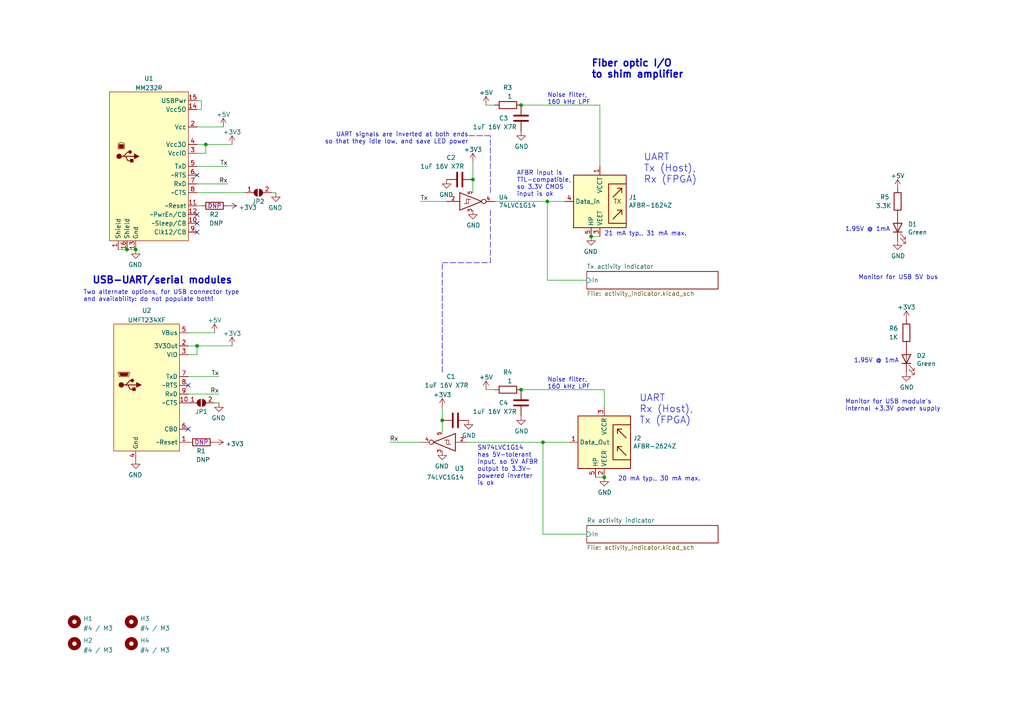
<source format=kicad_sch>
(kicad_sch (version 20211123) (generator eeschema)

  (uuid e63e39d7-6ac0-4ffd-8aa3-1841a4541b55)

  (paper "A4")

  (title_block
    (title "Shim Amplifier: Serial Interface for host computer")
    (rev "D1")
    (company "Martinos Center @ MGH")
    (comment 1 "Don Straney")
  )

  (lib_symbols
    (symbol "Device:C" (pin_numbers hide) (pin_names (offset 0.254)) (in_bom yes) (on_board yes)
      (property "Reference" "C" (id 0) (at 0.635 2.54 0)
        (effects (font (size 1.27 1.27)) (justify left))
      )
      (property "Value" "C" (id 1) (at 0.635 -2.54 0)
        (effects (font (size 1.27 1.27)) (justify left))
      )
      (property "Footprint" "" (id 2) (at 0.9652 -3.81 0)
        (effects (font (size 1.27 1.27)) hide)
      )
      (property "Datasheet" "~" (id 3) (at 0 0 0)
        (effects (font (size 1.27 1.27)) hide)
      )
      (property "ki_keywords" "cap capacitor" (id 4) (at 0 0 0)
        (effects (font (size 1.27 1.27)) hide)
      )
      (property "ki_description" "Unpolarized capacitor" (id 5) (at 0 0 0)
        (effects (font (size 1.27 1.27)) hide)
      )
      (property "ki_fp_filters" "C_*" (id 6) (at 0 0 0)
        (effects (font (size 1.27 1.27)) hide)
      )
      (symbol "C_0_1"
        (polyline
          (pts
            (xy -2.032 -0.762)
            (xy 2.032 -0.762)
          )
          (stroke (width 0.508) (type default) (color 0 0 0 0))
          (fill (type none))
        )
        (polyline
          (pts
            (xy -2.032 0.762)
            (xy 2.032 0.762)
          )
          (stroke (width 0.508) (type default) (color 0 0 0 0))
          (fill (type none))
        )
      )
      (symbol "C_1_1"
        (pin passive line (at 0 3.81 270) (length 2.794)
          (name "~" (effects (font (size 1.27 1.27))))
          (number "1" (effects (font (size 1.27 1.27))))
        )
        (pin passive line (at 0 -3.81 90) (length 2.794)
          (name "~" (effects (font (size 1.27 1.27))))
          (number "2" (effects (font (size 1.27 1.27))))
        )
      )
    )
    (symbol "Device:LED" (pin_numbers hide) (pin_names (offset 1.016) hide) (in_bom yes) (on_board yes)
      (property "Reference" "D" (id 0) (at 0 2.54 0)
        (effects (font (size 1.27 1.27)))
      )
      (property "Value" "LED" (id 1) (at 0 -2.54 0)
        (effects (font (size 1.27 1.27)))
      )
      (property "Footprint" "" (id 2) (at 0 0 0)
        (effects (font (size 1.27 1.27)) hide)
      )
      (property "Datasheet" "~" (id 3) (at 0 0 0)
        (effects (font (size 1.27 1.27)) hide)
      )
      (property "ki_keywords" "LED diode" (id 4) (at 0 0 0)
        (effects (font (size 1.27 1.27)) hide)
      )
      (property "ki_description" "Light emitting diode" (id 5) (at 0 0 0)
        (effects (font (size 1.27 1.27)) hide)
      )
      (property "ki_fp_filters" "LED* LED_SMD:* LED_THT:*" (id 6) (at 0 0 0)
        (effects (font (size 1.27 1.27)) hide)
      )
      (symbol "LED_0_1"
        (polyline
          (pts
            (xy -1.27 -1.27)
            (xy -1.27 1.27)
          )
          (stroke (width 0.254) (type default) (color 0 0 0 0))
          (fill (type none))
        )
        (polyline
          (pts
            (xy -1.27 0)
            (xy 1.27 0)
          )
          (stroke (width 0) (type default) (color 0 0 0 0))
          (fill (type none))
        )
        (polyline
          (pts
            (xy 1.27 -1.27)
            (xy 1.27 1.27)
            (xy -1.27 0)
            (xy 1.27 -1.27)
          )
          (stroke (width 0.254) (type default) (color 0 0 0 0))
          (fill (type none))
        )
        (polyline
          (pts
            (xy -3.048 -0.762)
            (xy -4.572 -2.286)
            (xy -3.81 -2.286)
            (xy -4.572 -2.286)
            (xy -4.572 -1.524)
          )
          (stroke (width 0) (type default) (color 0 0 0 0))
          (fill (type none))
        )
        (polyline
          (pts
            (xy -1.778 -0.762)
            (xy -3.302 -2.286)
            (xy -2.54 -2.286)
            (xy -3.302 -2.286)
            (xy -3.302 -1.524)
          )
          (stroke (width 0) (type default) (color 0 0 0 0))
          (fill (type none))
        )
      )
      (symbol "LED_1_1"
        (pin passive line (at -3.81 0 0) (length 2.54)
          (name "K" (effects (font (size 1.27 1.27))))
          (number "1" (effects (font (size 1.27 1.27))))
        )
        (pin passive line (at 3.81 0 180) (length 2.54)
          (name "A" (effects (font (size 1.27 1.27))))
          (number "2" (effects (font (size 1.27 1.27))))
        )
      )
    )
    (symbol "Device:R" (pin_numbers hide) (pin_names (offset 0)) (in_bom yes) (on_board yes)
      (property "Reference" "R" (id 0) (at 2.032 0 90)
        (effects (font (size 1.27 1.27)))
      )
      (property "Value" "R" (id 1) (at 0 0 90)
        (effects (font (size 1.27 1.27)))
      )
      (property "Footprint" "" (id 2) (at -1.778 0 90)
        (effects (font (size 1.27 1.27)) hide)
      )
      (property "Datasheet" "~" (id 3) (at 0 0 0)
        (effects (font (size 1.27 1.27)) hide)
      )
      (property "ki_keywords" "R res resistor" (id 4) (at 0 0 0)
        (effects (font (size 1.27 1.27)) hide)
      )
      (property "ki_description" "Resistor" (id 5) (at 0 0 0)
        (effects (font (size 1.27 1.27)) hide)
      )
      (property "ki_fp_filters" "R_*" (id 6) (at 0 0 0)
        (effects (font (size 1.27 1.27)) hide)
      )
      (symbol "R_0_1"
        (rectangle (start -1.016 -2.54) (end 1.016 2.54)
          (stroke (width 0.254) (type default) (color 0 0 0 0))
          (fill (type none))
        )
      )
      (symbol "R_1_1"
        (pin passive line (at 0 3.81 270) (length 1.27)
          (name "~" (effects (font (size 1.27 1.27))))
          (number "1" (effects (font (size 1.27 1.27))))
        )
        (pin passive line (at 0 -3.81 90) (length 1.27)
          (name "~" (effects (font (size 1.27 1.27))))
          (number "2" (effects (font (size 1.27 1.27))))
        )
      )
    )
    (symbol "Fiber_Optic:AFBR-1624Z" (in_bom yes) (on_board yes)
      (property "Reference" "J" (id 0) (at -7.62 8.89 0)
        (effects (font (size 1.27 1.27)) (justify left))
      )
      (property "Value" "AFBR-1624Z" (id 1) (at 1.27 8.89 0)
        (effects (font (size 1.27 1.27)) (justify left))
      )
      (property "Footprint" "" (id 2) (at 0 -15.24 0)
        (effects (font (size 1.27 1.27)) hide)
      )
      (property "Datasheet" "https://docs.broadcom.com/docs/AV02-4369EN" (id 3) (at 5.08 0 0)
        (effects (font (size 1.27 1.27)) hide)
      )
      (property "ki_keywords" "Fiber optic transmitter" (id 4) (at 0 0 0)
        (effects (font (size 1.27 1.27)) hide)
      )
      (property "ki_description" "Versatile Link Fiber Optic Transmitter" (id 5) (at 0 0 0)
        (effects (font (size 1.27 1.27)) hide)
      )
      (property "ki_fp_filters" "Broadcom*AFBR*16xxZ*" (id 6) (at 0 0 0)
        (effects (font (size 1.27 1.27)) hide)
      )
      (symbol "AFBR-1624Z_0_0"
        (text "TX" (at 5.08 0 0)
          (effects (font (size 1.27 1.27)))
        )
      )
      (symbol "AFBR-1624Z_0_1"
        (rectangle (start -7.62 7.62) (end 7.62 -7.62)
          (stroke (width 0.254) (type default) (color 0 0 0 0))
          (fill (type background))
        )
        (polyline
          (pts
            (xy 6.35 -2.54)
            (xy 3.81 -5.08)
          )
          (stroke (width 0.254) (type default) (color 0 0 0 0))
          (fill (type none))
        )
        (polyline
          (pts
            (xy 6.35 -2.54)
            (xy 5.08 -2.54)
          )
          (stroke (width 0.254) (type default) (color 0 0 0 0))
          (fill (type none))
        )
        (polyline
          (pts
            (xy 6.35 -2.54)
            (xy 6.35 -3.81)
          )
          (stroke (width 0.254) (type default) (color 0 0 0 0))
          (fill (type none))
        )
        (polyline
          (pts
            (xy 6.35 3.81)
            (xy 3.81 1.27)
          )
          (stroke (width 0.254) (type default) (color 0 0 0 0))
          (fill (type none))
        )
        (polyline
          (pts
            (xy 6.35 3.81)
            (xy 5.08 3.81)
          )
          (stroke (width 0.254) (type default) (color 0 0 0 0))
          (fill (type none))
        )
        (polyline
          (pts
            (xy 6.35 3.81)
            (xy 6.35 2.54)
          )
          (stroke (width 0.254) (type default) (color 0 0 0 0))
          (fill (type none))
        )
        (polyline
          (pts
            (xy 7.62 5.08)
            (xy 2.54 5.08)
            (xy 2.54 -1.27)
            (xy 2.54 -6.35)
            (xy 7.62 -6.35)
          )
          (stroke (width 0.254) (type default) (color 0 0 0 0))
          (fill (type none))
        )
      )
      (symbol "AFBR-1624Z_1_1"
        (pin power_in line (at 0 10.16 270) (length 2.54)
          (name "VCCT" (effects (font (size 1.27 1.27))))
          (number "1" (effects (font (size 1.27 1.27))))
        )
        (pin no_connect line (at -7.62 5.08 0) (length 2.54) hide
          (name "NC" (effects (font (size 1.27 1.27))))
          (number "2" (effects (font (size 1.27 1.27))))
        )
        (pin power_in line (at 0 -10.16 90) (length 2.54)
          (name "VEET" (effects (font (size 1.27 1.27))))
          (number "3" (effects (font (size 1.27 1.27))))
        )
        (pin input line (at -10.16 0 0) (length 2.54)
          (name "Data_in" (effects (font (size 1.27 1.27))))
          (number "4" (effects (font (size 1.27 1.27))))
        )
        (pin passive line (at -2.54 -10.16 90) (length 2.54)
          (name "HP" (effects (font (size 1.27 1.27))))
          (number "5" (effects (font (size 1.27 1.27))))
        )
        (pin passive line (at -2.54 -10.16 90) (length 2.54) hide
          (name "HP" (effects (font (size 1.27 1.27))))
          (number "8" (effects (font (size 1.27 1.27))))
        )
      )
    )
    (symbol "Fiber_Optic:AFBR-2624Z" (in_bom yes) (on_board yes)
      (property "Reference" "J" (id 0) (at -6.35 8.89 0)
        (effects (font (size 1.27 1.27)))
      )
      (property "Value" "AFBR-2624Z" (id 1) (at 1.27 8.89 0)
        (effects (font (size 1.27 1.27)) (justify left))
      )
      (property "Footprint" "" (id 2) (at -2.54 -12.7 0)
        (effects (font (size 1.27 1.27)) hide)
      )
      (property "Datasheet" "https://docs.broadcom.com/docs/AV02-4369EN" (id 3) (at -2.54 0 0)
        (effects (font (size 1.27 1.27)) hide)
      )
      (property "ki_keywords" "fiber optic receiver" (id 4) (at 0 0 0)
        (effects (font (size 1.27 1.27)) hide)
      )
      (property "ki_description" "Versatile Link Fiber Optic Receiver" (id 5) (at 0 0 0)
        (effects (font (size 1.27 1.27)) hide)
      )
      (property "ki_fp_filters" "Broadcom*AFBR*16xxZ*" (id 6) (at 0 0 0)
        (effects (font (size 1.27 1.27)) hide)
      )
      (symbol "AFBR-2624Z_0_1"
        (rectangle (start -7.62 7.62) (end 7.62 -7.62)
          (stroke (width 0.254) (type default) (color 0 0 0 0))
          (fill (type background))
        )
        (polyline
          (pts
            (xy -3.81 -1.27)
            (xy -6.35 -3.81)
          )
          (stroke (width 0.254) (type default) (color 0 0 0 0))
          (fill (type none))
        )
        (polyline
          (pts
            (xy -3.81 -1.27)
            (xy -5.08 -1.27)
          )
          (stroke (width 0.254) (type default) (color 0 0 0 0))
          (fill (type none))
        )
        (polyline
          (pts
            (xy -3.81 -1.27)
            (xy -3.81 -2.54)
          )
          (stroke (width 0.254) (type default) (color 0 0 0 0))
          (fill (type none))
        )
        (polyline
          (pts
            (xy -3.81 3.81)
            (xy -6.35 1.27)
          )
          (stroke (width 0.254) (type default) (color 0 0 0 0))
          (fill (type none))
        )
        (polyline
          (pts
            (xy -3.81 3.81)
            (xy -5.08 3.81)
          )
          (stroke (width 0.254) (type default) (color 0 0 0 0))
          (fill (type none))
        )
        (polyline
          (pts
            (xy -3.81 3.81)
            (xy -3.81 2.54)
          )
          (stroke (width 0.254) (type default) (color 0 0 0 0))
          (fill (type none))
        )
        (polyline
          (pts
            (xy -7.62 5.08)
            (xy -2.54 5.08)
            (xy -2.54 -5.08)
            (xy -7.62 -5.08)
          )
          (stroke (width 0.254) (type default) (color 0 0 0 0))
          (fill (type none))
        )
      )
      (symbol "AFBR-2624Z_1_1"
        (pin output line (at 10.16 0 180) (length 2.54)
          (name "Data_Out" (effects (font (size 1.27 1.27))))
          (number "1" (effects (font (size 1.27 1.27))))
        )
        (pin power_in line (at 0 -10.16 90) (length 2.54)
          (name "VEER" (effects (font (size 1.27 1.27))))
          (number "2" (effects (font (size 1.27 1.27))))
        )
        (pin power_in line (at 0 10.16 270) (length 2.54)
          (name "VCCR" (effects (font (size 1.27 1.27))))
          (number "3" (effects (font (size 1.27 1.27))))
        )
        (pin no_connect line (at 7.62 5.08 180) (length 2.54) hide
          (name "NC" (effects (font (size 1.27 1.27))))
          (number "4" (effects (font (size 1.27 1.27))))
        )
        (pin passive line (at 2.54 -10.16 90) (length 2.54)
          (name "HP" (effects (font (size 1.27 1.27))))
          (number "5" (effects (font (size 1.27 1.27))))
        )
        (pin passive line (at 2.54 -10.16 90) (length 2.54) hide
          (name "HP" (effects (font (size 1.27 1.27))))
          (number "8" (effects (font (size 1.27 1.27))))
        )
      )
    )
    (symbol "Jumper:SolderJumper_2_Open" (pin_names (offset 0) hide) (in_bom yes) (on_board yes)
      (property "Reference" "JP" (id 0) (at 0 2.032 0)
        (effects (font (size 1.27 1.27)))
      )
      (property "Value" "SolderJumper_2_Open" (id 1) (at 0 -2.54 0)
        (effects (font (size 1.27 1.27)))
      )
      (property "Footprint" "" (id 2) (at 0 0 0)
        (effects (font (size 1.27 1.27)) hide)
      )
      (property "Datasheet" "~" (id 3) (at 0 0 0)
        (effects (font (size 1.27 1.27)) hide)
      )
      (property "ki_keywords" "solder jumper SPST" (id 4) (at 0 0 0)
        (effects (font (size 1.27 1.27)) hide)
      )
      (property "ki_description" "Solder Jumper, 2-pole, open" (id 5) (at 0 0 0)
        (effects (font (size 1.27 1.27)) hide)
      )
      (property "ki_fp_filters" "SolderJumper*Open*" (id 6) (at 0 0 0)
        (effects (font (size 1.27 1.27)) hide)
      )
      (symbol "SolderJumper_2_Open_0_1"
        (arc (start -0.254 1.016) (mid -1.27 0) (end -0.254 -1.016)
          (stroke (width 0) (type default) (color 0 0 0 0))
          (fill (type none))
        )
        (arc (start -0.254 1.016) (mid -1.27 0) (end -0.254 -1.016)
          (stroke (width 0) (type default) (color 0 0 0 0))
          (fill (type outline))
        )
        (polyline
          (pts
            (xy -0.254 1.016)
            (xy -0.254 -1.016)
          )
          (stroke (width 0) (type default) (color 0 0 0 0))
          (fill (type none))
        )
        (polyline
          (pts
            (xy 0.254 1.016)
            (xy 0.254 -1.016)
          )
          (stroke (width 0) (type default) (color 0 0 0 0))
          (fill (type none))
        )
        (arc (start 0.254 -1.016) (mid 1.27 0) (end 0.254 1.016)
          (stroke (width 0) (type default) (color 0 0 0 0))
          (fill (type none))
        )
        (arc (start 0.254 -1.016) (mid 1.27 0) (end 0.254 1.016)
          (stroke (width 0) (type default) (color 0 0 0 0))
          (fill (type outline))
        )
      )
      (symbol "SolderJumper_2_Open_1_1"
        (pin passive line (at -3.81 0 0) (length 2.54)
          (name "A" (effects (font (size 1.27 1.27))))
          (number "1" (effects (font (size 1.27 1.27))))
        )
        (pin passive line (at 3.81 0 180) (length 2.54)
          (name "B" (effects (font (size 1.27 1.27))))
          (number "2" (effects (font (size 1.27 1.27))))
        )
      )
    )
    (symbol "Martinos:74LVC1G14" (pin_names (offset 1.016) hide) (in_bom yes) (on_board yes)
      (property "Reference" "U" (id 0) (at -2.54 3.81 0)
        (effects (font (size 1.27 1.27)))
      )
      (property "Value" "74LVC1G14" (id 1) (at 0 -3.81 0)
        (effects (font (size 1.27 1.27)))
      )
      (property "Footprint" "" (id 2) (at 0 0 0)
        (effects (font (size 1.27 1.27)) hide)
      )
      (property "Datasheet" "http://www.ti.com/lit/sg/scyt129e/scyt129e.pdf" (id 3) (at 0 0 0)
        (effects (font (size 1.27 1.27)) hide)
      )
      (property "ki_keywords" "Single Gate NOT Schmitt LVC CMOS" (id 4) (at 0 0 0)
        (effects (font (size 1.27 1.27)) hide)
      )
      (property "ki_description" "Single Schmitt NOT Gate, Low-Voltage CMOS" (id 5) (at 0 0 0)
        (effects (font (size 1.27 1.27)) hide)
      )
      (property "ki_fp_filters" "SOT* SG-*" (id 6) (at 0 0 0)
        (effects (font (size 1.27 1.27)) hide)
      )
      (symbol "74LVC1G14_0_1"
        (polyline
          (pts
            (xy -1.905 -0.635)
            (xy -1.27 -0.635)
            (xy -1.27 0.635)
          )
          (stroke (width 0) (type default) (color 0 0 0 0))
          (fill (type none))
        )
        (polyline
          (pts
            (xy -3.81 2.54)
            (xy -3.81 -2.54)
            (xy 2.54 0)
            (xy -3.81 2.54)
          )
          (stroke (width 0.254) (type default) (color 0 0 0 0))
          (fill (type none))
        )
        (polyline
          (pts
            (xy -2.54 -0.635)
            (xy -1.905 -0.635)
            (xy -1.905 0.635)
            (xy -0.635 0.635)
          )
          (stroke (width 0) (type default) (color 0 0 0 0))
          (fill (type none))
        )
      )
      (symbol "74LVC1G14_1_1"
        (pin input line (at -7.62 0 0) (length 3.81)
          (name "~" (effects (font (size 1.016 1.016))))
          (number "2" (effects (font (size 1.016 1.016))))
        )
        (pin power_in line (at 0 -2.54 270) (length 0)
          (name "GND" (effects (font (size 1.016 1.016))))
          (number "3" (effects (font (size 1.016 1.016))))
        )
        (pin output inverted (at 6.35 0 180) (length 3.81)
          (name "~" (effects (font (size 1.016 1.016))))
          (number "4" (effects (font (size 1.016 1.016))))
        )
        (pin power_in line (at 0 2.54 90) (length 0)
          (name "VCC" (effects (font (size 1.016 1.016))))
          (number "5" (effects (font (size 1.016 1.016))))
        )
      )
    )
    (symbol "Martinos:MM232R" (in_bom yes) (on_board yes)
      (property "Reference" "U" (id 0) (at 0 20.32 0)
        (effects (font (size 1.27 1.27)))
      )
      (property "Value" "MM232R" (id 1) (at 0 17.78 0)
        (effects (font (size 1.27 1.27)))
      )
      (property "Footprint" "Martinos:FTDI_MM232R" (id 2) (at 0 5.08 0)
        (effects (font (size 1.27 1.27)) hide)
      )
      (property "Datasheet" "" (id 3) (at 0 5.08 0)
        (effects (font (size 1.27 1.27)) hide)
      )
      (property "Manufacturer" "FTDI" (id 4) (at 0 0 0)
        (effects (font (size 1.27 1.27)) hide)
      )
      (property "Part Number" "MM232R" (id 5) (at 0 0 0)
        (effects (font (size 1.27 1.27)) hide)
      )
      (property "ki_keywords" "USB serial UART RS-232 RS232" (id 6) (at 0 0 0)
        (effects (font (size 1.27 1.27)) hide)
      )
      (property "ki_description" "FTDI MM232R USB-UART converter" (id 7) (at 0 0 0)
        (effects (font (size 1.27 1.27)) hide)
      )
      (symbol "MM232R_0_1"
        (rectangle (start -10.16 16.51) (end 12.7 -26.67)
          (stroke (width 0.1524) (type default) (color 0 0 0 0))
          (fill (type background))
        )
        (circle (center -7.366 -2.159) (radius 0.635)
          (stroke (width 0.254) (type default) (color 0 0 0 0))
          (fill (type outline))
        )
        (rectangle (start -7.366 1.27) (end -6.096 0.254)
          (stroke (width 0) (type default) (color 0 0 0 0))
          (fill (type outline))
        )
        (circle (center -4.191 -0.889) (radius 0.381)
          (stroke (width 0.254) (type default) (color 0 0 0 0))
          (fill (type outline))
        )
        (rectangle (start -3.302 -3.048) (end -4.064 -3.81)
          (stroke (width 0.254) (type default) (color 0 0 0 0))
          (fill (type outline))
        )
        (polyline
          (pts
            (xy -5.461 -2.159)
            (xy -2.921 -2.159)
          )
          (stroke (width 0.254) (type default) (color 0 0 0 0))
          (fill (type none))
        )
        (polyline
          (pts
            (xy -6.731 -2.159)
            (xy -6.096 -2.159)
            (xy -4.826 -0.889)
            (xy -4.191 -0.889)
          )
          (stroke (width 0.254) (type default) (color 0 0 0 0))
          (fill (type none))
        )
        (polyline
          (pts
            (xy -6.096 -2.159)
            (xy -5.461 -2.159)
            (xy -4.826 -3.429)
            (xy -3.556 -3.429)
          )
          (stroke (width 0.254) (type default) (color 0 0 0 0))
          (fill (type none))
        )
        (polyline
          (pts
            (xy -2.921 -1.524)
            (xy -2.921 -2.794)
            (xy -1.651 -2.159)
            (xy -2.921 -1.524)
          )
          (stroke (width 0.254) (type default) (color 0 0 0 0))
          (fill (type outline))
        )
        (polyline
          (pts
            (xy -7.62 0)
            (xy -5.842 0)
            (xy -5.842 1.397)
            (xy -6.223 1.778)
            (xy -7.239 1.778)
            (xy -7.62 1.397)
            (xy -7.62 0)
          )
          (stroke (width 0) (type default) (color 0 0 0 0))
          (fill (type none))
        )
      )
      (symbol "MM232R_1_1"
        (pin passive line (at -7.62 -29.21 90) (length 2.54)
          (name "Shield" (effects (font (size 1.27 1.27))))
          (number "1" (effects (font (size 1.27 1.27))))
        )
        (pin bidirectional line (at 15.24 -21.59 180) (length 2.54)
          (name "~Sleep/CB" (effects (font (size 1.27 1.27))))
          (number "10" (effects (font (size 1.27 1.27))))
        )
        (pin input line (at 15.24 -16.51 180) (length 2.54)
          (name "~Reset" (effects (font (size 1.27 1.27))))
          (number "11" (effects (font (size 1.27 1.27))))
        )
        (pin bidirectional line (at 15.24 -19.05 180) (length 2.54)
          (name "~PwrEn/CB" (effects (font (size 1.27 1.27))))
          (number "12" (effects (font (size 1.27 1.27))))
        )
        (pin power_in line (at -2.54 -29.21 90) (length 2.54)
          (name "Gnd" (effects (font (size 1.27 1.27))))
          (number "13" (effects (font (size 1.27 1.27))))
        )
        (pin power_in line (at 15.24 11.43 180) (length 2.54)
          (name "Vcc5O" (effects (font (size 1.27 1.27))))
          (number "14" (effects (font (size 1.27 1.27))))
        )
        (pin power_out line (at 15.24 13.97 180) (length 2.54)
          (name "USBPwr" (effects (font (size 1.27 1.27))))
          (number "15" (effects (font (size 1.27 1.27))))
        )
        (pin passive line (at -5.08 -29.21 90) (length 2.54)
          (name "Shield" (effects (font (size 1.27 1.27))))
          (number "16" (effects (font (size 1.27 1.27))))
        )
        (pin power_out line (at 15.24 6.35 180) (length 2.54)
          (name "Vcc" (effects (font (size 1.27 1.27))))
          (number "2" (effects (font (size 1.27 1.27))))
        )
        (pin power_in line (at 15.24 -1.27 180) (length 2.54)
          (name "VccIO" (effects (font (size 1.27 1.27))))
          (number "3" (effects (font (size 1.27 1.27))))
        )
        (pin power_out line (at 15.24 1.27 180) (length 2.54)
          (name "Vcc3O" (effects (font (size 1.27 1.27))))
          (number "4" (effects (font (size 1.27 1.27))))
        )
        (pin output line (at 15.24 -5.08 180) (length 2.54)
          (name "TxD" (effects (font (size 1.27 1.27))))
          (number "5" (effects (font (size 1.27 1.27))))
        )
        (pin output line (at 15.24 -7.62 180) (length 2.54)
          (name "~RTS" (effects (font (size 1.27 1.27))))
          (number "6" (effects (font (size 1.27 1.27))))
        )
        (pin input line (at 15.24 -10.16 180) (length 2.54)
          (name "RxD" (effects (font (size 1.27 1.27))))
          (number "7" (effects (font (size 1.27 1.27))))
        )
        (pin input line (at 15.24 -12.7 180) (length 2.54)
          (name "~CTS" (effects (font (size 1.27 1.27))))
          (number "8" (effects (font (size 1.27 1.27))))
        )
        (pin bidirectional line (at 15.24 -24.13 180) (length 2.54)
          (name "Clk12/CB" (effects (font (size 1.27 1.27))))
          (number "9" (effects (font (size 1.27 1.27))))
        )
      )
    )
    (symbol "Martinos:UMFT234XF" (in_bom yes) (on_board yes)
      (property "Reference" "U" (id 0) (at 0 19.05 0)
        (effects (font (size 1.27 1.27)))
      )
      (property "Value" "UMFT234XF" (id 1) (at 0 16.51 0)
        (effects (font (size 1.27 1.27)))
      )
      (property "Footprint" "Martinos:FTDI_UMFT234XF" (id 2) (at 0 5.08 0)
        (effects (font (size 1.27 1.27)) hide)
      )
      (property "Datasheet" "" (id 3) (at 0 5.08 0)
        (effects (font (size 1.27 1.27)) hide)
      )
      (property "Manufacturer" "FTDI" (id 4) (at 0 0 0)
        (effects (font (size 1.27 1.27)) hide)
      )
      (property "Part Number" "UMFT234XF" (id 5) (at 0 0 0)
        (effects (font (size 1.27 1.27)) hide)
      )
      (property "ki_keywords" "USB serial UART RS-232 RS232" (id 6) (at 0 0 0)
        (effects (font (size 1.27 1.27)) hide)
      )
      (property "ki_description" "FTDI UMFT234XF USB-UART converter" (id 7) (at 0 0 0)
        (effects (font (size 1.27 1.27)) hide)
      )
      (symbol "UMFT234XF_0_1"
        (rectangle (start -10.16 15.24) (end 8.89 -21.59)
          (stroke (width 0.1524) (type default) (color 0 0 0 0))
          (fill (type background))
        )
        (circle (center -8.001 -2.413) (radius 0.635)
          (stroke (width 0.254) (type default) (color 0 0 0 0))
          (fill (type outline))
        )
        (circle (center -4.826 -1.143) (radius 0.381)
          (stroke (width 0.254) (type default) (color 0 0 0 0))
          (fill (type outline))
        )
        (rectangle (start -3.937 -3.302) (end -4.699 -4.064)
          (stroke (width 0.254) (type default) (color 0 0 0 0))
          (fill (type outline))
        )
        (polyline
          (pts
            (xy -6.096 -2.413)
            (xy -3.556 -2.413)
          )
          (stroke (width 0.254) (type default) (color 0 0 0 0))
          (fill (type none))
        )
        (polyline
          (pts
            (xy -7.366 -2.413)
            (xy -6.731 -2.413)
            (xy -5.461 -1.143)
            (xy -4.826 -1.143)
          )
          (stroke (width 0.254) (type default) (color 0 0 0 0))
          (fill (type none))
        )
        (polyline
          (pts
            (xy -6.731 -2.413)
            (xy -6.096 -2.413)
            (xy -5.461 -3.683)
            (xy -4.191 -3.683)
          )
          (stroke (width 0.254) (type default) (color 0 0 0 0))
          (fill (type none))
        )
        (polyline
          (pts
            (xy -3.556 -1.778)
            (xy -3.556 -3.048)
            (xy -2.286 -2.413)
            (xy -3.556 -1.778)
          )
          (stroke (width 0.254) (type default) (color 0 0 0 0))
          (fill (type outline))
        )
        (polyline
          (pts
            (xy -8.509 1.016)
            (xy -5.969 1.016)
            (xy -6.223 0.254)
            (xy -8.255 0.254)
            (xy -8.509 1.016)
          )
          (stroke (width 0) (type default) (color 0 0 0 0))
          (fill (type outline))
        )
        (polyline
          (pts
            (xy -8.89 1.27)
            (xy -8.89 1.016)
            (xy -8.636 0.254)
            (xy -8.636 0)
            (xy -5.842 0)
            (xy -5.842 0.254)
            (xy -5.588 1.016)
            (xy -5.588 1.27)
            (xy -8.89 1.27)
          )
          (stroke (width 0) (type default) (color 0 0 0 0))
          (fill (type none))
        )
      )
      (symbol "UMFT234XF_1_1"
        (pin input line (at 11.43 -19.05 180) (length 2.54)
          (name "~Reset" (effects (font (size 1.27 1.27))))
          (number "1" (effects (font (size 1.27 1.27))))
        )
        (pin input line (at 11.43 -7.62 180) (length 2.54)
          (name "~CTS" (effects (font (size 1.27 1.27))))
          (number "10" (effects (font (size 1.27 1.27))))
        )
        (pin power_out line (at 11.43 8.89 180) (length 2.54)
          (name "3V3Out" (effects (font (size 1.27 1.27))))
          (number "2" (effects (font (size 1.27 1.27))))
        )
        (pin power_in line (at 11.43 6.35 180) (length 2.54)
          (name "VIO" (effects (font (size 1.27 1.27))))
          (number "3" (effects (font (size 1.27 1.27))))
        )
        (pin power_in line (at -3.81 -24.13 90) (length 2.54)
          (name "Gnd" (effects (font (size 1.27 1.27))))
          (number "4" (effects (font (size 1.27 1.27))))
        )
        (pin power_out line (at 11.43 12.7 180) (length 2.54)
          (name "VBus" (effects (font (size 1.27 1.27))))
          (number "5" (effects (font (size 1.27 1.27))))
        )
        (pin bidirectional line (at 11.43 -15.24 180) (length 2.54)
          (name "CB0" (effects (font (size 1.27 1.27))))
          (number "6" (effects (font (size 1.27 1.27))))
        )
        (pin output line (at 11.43 0 180) (length 2.54)
          (name "TxD" (effects (font (size 1.27 1.27))))
          (number "7" (effects (font (size 1.27 1.27))))
        )
        (pin output line (at 11.43 -2.54 180) (length 2.54)
          (name "~RTS" (effects (font (size 1.27 1.27))))
          (number "8" (effects (font (size 1.27 1.27))))
        )
        (pin input line (at 11.43 -5.08 180) (length 2.54)
          (name "RxD" (effects (font (size 1.27 1.27))))
          (number "9" (effects (font (size 1.27 1.27))))
        )
      )
    )
    (symbol "Mechanical:MountingHole" (pin_names (offset 1.016)) (in_bom yes) (on_board yes)
      (property "Reference" "H" (id 0) (at 0 5.08 0)
        (effects (font (size 1.27 1.27)))
      )
      (property "Value" "MountingHole" (id 1) (at 0 3.175 0)
        (effects (font (size 1.27 1.27)))
      )
      (property "Footprint" "" (id 2) (at 0 0 0)
        (effects (font (size 1.27 1.27)) hide)
      )
      (property "Datasheet" "~" (id 3) (at 0 0 0)
        (effects (font (size 1.27 1.27)) hide)
      )
      (property "ki_keywords" "mounting hole" (id 4) (at 0 0 0)
        (effects (font (size 1.27 1.27)) hide)
      )
      (property "ki_description" "Mounting Hole without connection" (id 5) (at 0 0 0)
        (effects (font (size 1.27 1.27)) hide)
      )
      (property "ki_fp_filters" "MountingHole*" (id 6) (at 0 0 0)
        (effects (font (size 1.27 1.27)) hide)
      )
      (symbol "MountingHole_0_1"
        (circle (center 0 0) (radius 1.27)
          (stroke (width 1.27) (type default) (color 0 0 0 0))
          (fill (type none))
        )
      )
    )
    (symbol "power:+3.3V" (power) (pin_names (offset 0)) (in_bom yes) (on_board yes)
      (property "Reference" "#PWR" (id 0) (at 0 -3.81 0)
        (effects (font (size 1.27 1.27)) hide)
      )
      (property "Value" "+3.3V" (id 1) (at 0 3.556 0)
        (effects (font (size 1.27 1.27)))
      )
      (property "Footprint" "" (id 2) (at 0 0 0)
        (effects (font (size 1.27 1.27)) hide)
      )
      (property "Datasheet" "" (id 3) (at 0 0 0)
        (effects (font (size 1.27 1.27)) hide)
      )
      (property "ki_keywords" "power-flag" (id 4) (at 0 0 0)
        (effects (font (size 1.27 1.27)) hide)
      )
      (property "ki_description" "Power symbol creates a global label with name \"+3.3V\"" (id 5) (at 0 0 0)
        (effects (font (size 1.27 1.27)) hide)
      )
      (symbol "+3.3V_0_1"
        (polyline
          (pts
            (xy -0.762 1.27)
            (xy 0 2.54)
          )
          (stroke (width 0) (type default) (color 0 0 0 0))
          (fill (type none))
        )
        (polyline
          (pts
            (xy 0 0)
            (xy 0 2.54)
          )
          (stroke (width 0) (type default) (color 0 0 0 0))
          (fill (type none))
        )
        (polyline
          (pts
            (xy 0 2.54)
            (xy 0.762 1.27)
          )
          (stroke (width 0) (type default) (color 0 0 0 0))
          (fill (type none))
        )
      )
      (symbol "+3.3V_1_1"
        (pin power_in line (at 0 0 90) (length 0) hide
          (name "+3V3" (effects (font (size 1.27 1.27))))
          (number "1" (effects (font (size 1.27 1.27))))
        )
      )
    )
    (symbol "power:+5V" (power) (pin_names (offset 0)) (in_bom yes) (on_board yes)
      (property "Reference" "#PWR" (id 0) (at 0 -3.81 0)
        (effects (font (size 1.27 1.27)) hide)
      )
      (property "Value" "+5V" (id 1) (at 0 3.556 0)
        (effects (font (size 1.27 1.27)))
      )
      (property "Footprint" "" (id 2) (at 0 0 0)
        (effects (font (size 1.27 1.27)) hide)
      )
      (property "Datasheet" "" (id 3) (at 0 0 0)
        (effects (font (size 1.27 1.27)) hide)
      )
      (property "ki_keywords" "power-flag" (id 4) (at 0 0 0)
        (effects (font (size 1.27 1.27)) hide)
      )
      (property "ki_description" "Power symbol creates a global label with name \"+5V\"" (id 5) (at 0 0 0)
        (effects (font (size 1.27 1.27)) hide)
      )
      (symbol "+5V_0_1"
        (polyline
          (pts
            (xy -0.762 1.27)
            (xy 0 2.54)
          )
          (stroke (width 0) (type default) (color 0 0 0 0))
          (fill (type none))
        )
        (polyline
          (pts
            (xy 0 0)
            (xy 0 2.54)
          )
          (stroke (width 0) (type default) (color 0 0 0 0))
          (fill (type none))
        )
        (polyline
          (pts
            (xy 0 2.54)
            (xy 0.762 1.27)
          )
          (stroke (width 0) (type default) (color 0 0 0 0))
          (fill (type none))
        )
      )
      (symbol "+5V_1_1"
        (pin power_in line (at 0 0 90) (length 0) hide
          (name "+5V" (effects (font (size 1.27 1.27))))
          (number "1" (effects (font (size 1.27 1.27))))
        )
      )
    )
    (symbol "power:GND" (power) (pin_names (offset 0)) (in_bom yes) (on_board yes)
      (property "Reference" "#PWR" (id 0) (at 0 -6.35 0)
        (effects (font (size 1.27 1.27)) hide)
      )
      (property "Value" "GND" (id 1) (at 0 -3.81 0)
        (effects (font (size 1.27 1.27)))
      )
      (property "Footprint" "" (id 2) (at 0 0 0)
        (effects (font (size 1.27 1.27)) hide)
      )
      (property "Datasheet" "" (id 3) (at 0 0 0)
        (effects (font (size 1.27 1.27)) hide)
      )
      (property "ki_keywords" "power-flag" (id 4) (at 0 0 0)
        (effects (font (size 1.27 1.27)) hide)
      )
      (property "ki_description" "Power symbol creates a global label with name \"GND\" , ground" (id 5) (at 0 0 0)
        (effects (font (size 1.27 1.27)) hide)
      )
      (symbol "GND_0_1"
        (polyline
          (pts
            (xy 0 0)
            (xy 0 -1.27)
            (xy 1.27 -1.27)
            (xy 0 -2.54)
            (xy -1.27 -1.27)
            (xy 0 -1.27)
          )
          (stroke (width 0) (type default) (color 0 0 0 0))
          (fill (type none))
        )
      )
      (symbol "GND_1_1"
        (pin power_in line (at 0 0 270) (length 0) hide
          (name "GND" (effects (font (size 1.27 1.27))))
          (number "1" (effects (font (size 1.27 1.27))))
        )
      )
    )
  )

  (junction (at 158.75 58.42) (diameter 0) (color 0 0 0 0)
    (uuid 04556191-26d4-442f-bdde-d3d9360f9712)
  )
  (junction (at 39.37 72.39) (diameter 0) (color 0 0 0 0)
    (uuid 07df9b23-e314-4260-9a43-62097e6e9aa9)
  )
  (junction (at 137.16 52.07) (diameter 0) (color 0 0 0 0)
    (uuid 3050ae99-31bc-40fa-8d33-c7bb35f22dbb)
  )
  (junction (at 128.27 121.92) (diameter 0) (color 0 0 0 0)
    (uuid 37844f3d-400b-4e27-85c9-0548ecac118f)
  )
  (junction (at 36.83 72.39) (diameter 0) (color 0 0 0 0)
    (uuid 405e6de9-c7f5-4b8b-b17a-1a5f4ab1096e)
  )
  (junction (at 171.45 68.58) (diameter 0) (color 0 0 0 0)
    (uuid 62c80742-f8b3-441c-a4a7-74bd22718046)
  )
  (junction (at 151.13 113.03) (diameter 0) (color 0 0 0 0)
    (uuid 863c025d-b9c6-4f0c-b807-029db1b017da)
  )
  (junction (at 59.69 41.91) (diameter 0) (color 0 0 0 0)
    (uuid 896d8480-52a0-4a4f-b787-bbd28c9cff69)
  )
  (junction (at 175.26 138.43) (diameter 0) (color 0 0 0 0)
    (uuid bf774ce8-76fd-4baf-9e5e-c1d48365f105)
  )
  (junction (at 157.48 128.27) (diameter 0) (color 0 0 0 0)
    (uuid c7421703-3b90-467b-a281-11d26d08408c)
  )
  (junction (at 151.13 30.48) (diameter 0) (color 0 0 0 0)
    (uuid cfa9015f-12cf-4d62-b2b0-46fd644bfce9)
  )
  (junction (at 57.15 100.33) (diameter 0) (color 0 0 0 0)
    (uuid ee00f8d4-075a-4a4f-b231-10c4fbcde995)
  )

  (no_connect (at 54.61 111.76) (uuid 4e6630b0-f86b-4e60-9727-e9188f4c0c1d))
  (no_connect (at 57.15 50.8) (uuid 4e6630b0-f86b-4e60-9727-e9188f4c0c1d))
  (no_connect (at 54.61 124.46) (uuid b8d987be-04d3-4813-a474-21ab1586eef6))
  (no_connect (at 57.15 64.77) (uuid dab33351-49af-4b80-899d-ab09f0c17505))
  (no_connect (at 57.15 62.23) (uuid dab33351-49af-4b80-899d-ab09f0c17505))
  (no_connect (at 57.15 67.31) (uuid dab33351-49af-4b80-899d-ab09f0c17505))

  (wire (pts (xy 58.42 29.21) (xy 58.42 31.75))
    (stroke (width 0) (type default) (color 0 0 0 0))
    (uuid 03a40963-0658-4bd8-ac9a-5f255e5124f3)
  )
  (wire (pts (xy 78.74 55.88) (xy 80.01 55.88))
    (stroke (width 0) (type default) (color 0 0 0 0))
    (uuid 11bb3818-c107-46c5-9a06-5c3ea8688ee0)
  )
  (polyline (pts (xy 142.24 60.96) (xy 142.24 76.2))
    (stroke (width 0) (type default) (color 0 0 0 0))
    (uuid 13408eca-e1ee-490e-9399-bcbb2a484bbf)
  )

  (wire (pts (xy 54.61 114.3) (xy 63.5 114.3))
    (stroke (width 0) (type default) (color 0 0 0 0))
    (uuid 17d9b145-9b85-469e-bcb0-81c74b555240)
  )
  (wire (pts (xy 143.51 58.42) (xy 158.75 58.42))
    (stroke (width 0) (type default) (color 0 0 0 0))
    (uuid 18b9ea58-b4ea-4bed-a2b4-ca1c9a4c57e9)
  )
  (wire (pts (xy 158.75 81.28) (xy 158.75 58.42))
    (stroke (width 0) (type default) (color 0 0 0 0))
    (uuid 1f7f90ea-9cd1-4f72-b529-8d97a8fe7427)
  )
  (wire (pts (xy 172.72 138.43) (xy 175.26 138.43))
    (stroke (width 0) (type default) (color 0 0 0 0))
    (uuid 22ee8ef8-f52a-45ab-becc-c51d7fbb514a)
  )
  (wire (pts (xy 173.99 30.48) (xy 173.99 48.26))
    (stroke (width 0) (type default) (color 0 0 0 0))
    (uuid 2fc5d488-8068-4f80-a0e6-fd34120536ad)
  )
  (wire (pts (xy 59.69 41.91) (xy 59.69 44.45))
    (stroke (width 0) (type default) (color 0 0 0 0))
    (uuid 363ea2ee-e7e1-4739-8376-3f622ef19e1f)
  )
  (wire (pts (xy 157.48 154.94) (xy 157.48 128.27))
    (stroke (width 0) (type default) (color 0 0 0 0))
    (uuid 38b85f7f-8020-4a7c-a671-f1b825aa9d3d)
  )
  (wire (pts (xy 54.61 100.33) (xy 57.15 100.33))
    (stroke (width 0) (type default) (color 0 0 0 0))
    (uuid 49f0c37b-cbd4-4c9e-85cf-0a982379df6b)
  )
  (wire (pts (xy 158.75 58.42) (xy 163.83 58.42))
    (stroke (width 0) (type default) (color 0 0 0 0))
    (uuid 519f522b-ea31-4f1f-8c05-b2a2db654158)
  )
  (wire (pts (xy 59.69 41.91) (xy 67.31 41.91))
    (stroke (width 0) (type default) (color 0 0 0 0))
    (uuid 56f72f1b-35b3-484c-b497-17622c358efe)
  )
  (wire (pts (xy 137.16 46.99) (xy 137.16 52.07))
    (stroke (width 0) (type default) (color 0 0 0 0))
    (uuid 611de2f7-f3dc-4893-9e71-85022c93d977)
  )
  (wire (pts (xy 129.54 58.42) (xy 121.92 58.42))
    (stroke (width 0) (type default) (color 0 0 0 0))
    (uuid 62640bf2-3e69-4f61-af3a-704462648dc1)
  )
  (wire (pts (xy 113.03 128.27) (xy 121.92 128.27))
    (stroke (width 0) (type default) (color 0 0 0 0))
    (uuid 67095ab7-7db4-4331-80b9-19c1caf5a353)
  )
  (polyline (pts (xy 128.27 76.2) (xy 142.24 76.2))
    (stroke (width 0) (type default) (color 0 0 0 0))
    (uuid 68d377ea-ee6c-4e6d-9e82-00041290dbe5)
  )

  (wire (pts (xy 57.15 55.88) (xy 71.12 55.88))
    (stroke (width 0) (type default) (color 0 0 0 0))
    (uuid 6d32578c-c75c-46e9-b4c8-fec1b2216815)
  )
  (wire (pts (xy 157.48 128.27) (xy 165.1 128.27))
    (stroke (width 0) (type default) (color 0 0 0 0))
    (uuid 75fa8e63-dd3b-46bc-9ff4-1fef9b846d5d)
  )
  (wire (pts (xy 57.15 41.91) (xy 59.69 41.91))
    (stroke (width 0) (type default) (color 0 0 0 0))
    (uuid 793df423-f420-48ec-a2db-c25019d57381)
  )
  (wire (pts (xy 143.51 113.03) (xy 140.97 113.03))
    (stroke (width 0) (type default) (color 0 0 0 0))
    (uuid 7a3847a2-cafd-4a69-924e-2383cc623ce1)
  )
  (wire (pts (xy 54.61 102.87) (xy 57.15 102.87))
    (stroke (width 0) (type default) (color 0 0 0 0))
    (uuid 8ed255e1-cbb2-4933-9f86-743432eeb9c0)
  )
  (wire (pts (xy 151.13 113.03) (xy 175.26 113.03))
    (stroke (width 0) (type default) (color 0 0 0 0))
    (uuid 8f63c169-a884-4669-8210-f5b2596cd80a)
  )
  (wire (pts (xy 170.18 154.94) (xy 157.48 154.94))
    (stroke (width 0) (type default) (color 0 0 0 0))
    (uuid 909410c5-7e76-46a9-afc8-5efd686a200c)
  )
  (wire (pts (xy 57.15 59.69) (xy 58.42 59.69))
    (stroke (width 0) (type default) (color 0 0 0 0))
    (uuid 93db6cfa-79fd-4173-8a02-cfe82acc690c)
  )
  (wire (pts (xy 143.51 30.48) (xy 140.97 30.48))
    (stroke (width 0) (type default) (color 0 0 0 0))
    (uuid 94ed0068-78fe-402f-961e-356451f76c01)
  )
  (wire (pts (xy 175.26 113.03) (xy 175.26 118.11))
    (stroke (width 0) (type default) (color 0 0 0 0))
    (uuid 9947c51e-17a3-495c-a132-644c064e758b)
  )
  (wire (pts (xy 170.18 81.28) (xy 158.75 81.28))
    (stroke (width 0) (type default) (color 0 0 0 0))
    (uuid 9e2d0c4f-41f7-4931-8834-b86f26cc8822)
  )
  (wire (pts (xy 173.99 68.58) (xy 171.45 68.58))
    (stroke (width 0) (type default) (color 0 0 0 0))
    (uuid a1eafc89-f22e-4bef-a9f0-056ded3311ce)
  )
  (polyline (pts (xy 142.24 39.37) (xy 135.89 39.37))
    (stroke (width 0) (type default) (color 0 0 0 0))
    (uuid ae356c2a-8542-4adc-80c0-902fd7dc64da)
  )

  (wire (pts (xy 57.15 44.45) (xy 59.69 44.45))
    (stroke (width 0) (type default) (color 0 0 0 0))
    (uuid af3eafb4-0034-475d-83b8-9dd7fa18c53a)
  )
  (wire (pts (xy 62.23 116.84) (xy 63.5 116.84))
    (stroke (width 0) (type default) (color 0 0 0 0))
    (uuid b4efdbc1-1a6d-4146-9355-db458d1db575)
  )
  (wire (pts (xy 135.89 128.27) (xy 157.48 128.27))
    (stroke (width 0) (type default) (color 0 0 0 0))
    (uuid b95b89de-1956-4bc8-8b9c-941d90cb27e6)
  )
  (wire (pts (xy 137.16 52.07) (xy 137.16 55.88))
    (stroke (width 0) (type default) (color 0 0 0 0))
    (uuid ba393e38-2e8c-4e7b-9fc1-d2b0d97b1f13)
  )
  (wire (pts (xy 36.83 72.39) (xy 39.37 72.39))
    (stroke (width 0) (type default) (color 0 0 0 0))
    (uuid bf377c89-d6e6-41b7-bd2d-6f4a48f6abdc)
  )
  (wire (pts (xy 57.15 102.87) (xy 57.15 100.33))
    (stroke (width 0) (type default) (color 0 0 0 0))
    (uuid c6cd5039-f5fb-4873-9e45-248976748c78)
  )
  (wire (pts (xy 57.15 53.34) (xy 66.04 53.34))
    (stroke (width 0) (type default) (color 0 0 0 0))
    (uuid c7021b0a-f54d-46ae-af4d-ab678e568fa7)
  )
  (wire (pts (xy 57.15 29.21) (xy 58.42 29.21))
    (stroke (width 0) (type default) (color 0 0 0 0))
    (uuid c80adc05-90d5-4efd-aace-d03fdb100cdf)
  )
  (wire (pts (xy 57.15 31.75) (xy 58.42 31.75))
    (stroke (width 0) (type default) (color 0 0 0 0))
    (uuid ca6f60aa-bceb-4617-8027-7d7591f1325c)
  )
  (wire (pts (xy 57.15 48.26) (xy 66.04 48.26))
    (stroke (width 0) (type default) (color 0 0 0 0))
    (uuid cf9900e5-237f-423f-9baf-c563ded4d3d6)
  )
  (wire (pts (xy 128.27 121.92) (xy 128.27 125.73))
    (stroke (width 0) (type default) (color 0 0 0 0))
    (uuid d1631728-ef63-4047-acc7-a970da779f2f)
  )
  (wire (pts (xy 54.61 96.52) (xy 62.23 96.52))
    (stroke (width 0) (type default) (color 0 0 0 0))
    (uuid d4ec0cf3-92e5-4d5c-bbe8-21ed42b6a596)
  )
  (wire (pts (xy 57.15 100.33) (xy 67.31 100.33))
    (stroke (width 0) (type default) (color 0 0 0 0))
    (uuid d5803680-01f4-46fe-960a-d850e7511966)
  )
  (wire (pts (xy 128.27 118.11) (xy 128.27 121.92))
    (stroke (width 0) (type default) (color 0 0 0 0))
    (uuid df58ad02-3f70-4634-986b-b2f11908e659)
  )
  (wire (pts (xy 151.13 30.48) (xy 173.99 30.48))
    (stroke (width 0) (type default) (color 0 0 0 0))
    (uuid e9422b5d-30cd-49b6-9bc9-abc8d75ddd9e)
  )
  (wire (pts (xy 54.61 109.22) (xy 63.5 109.22))
    (stroke (width 0) (type default) (color 0 0 0 0))
    (uuid e9b0fea4-1835-4d70-a655-b16bd0f6a77d)
  )
  (polyline (pts (xy 142.24 55.88) (xy 142.24 39.37))
    (stroke (width 0) (type default) (color 0 0 0 0))
    (uuid ec8d6995-cd16-479e-831f-8f9681c39a17)
  )

  (wire (pts (xy 57.15 36.83) (xy 64.77 36.83))
    (stroke (width 0) (type default) (color 0 0 0 0))
    (uuid f174d5a8-573d-4552-8575-3e2ad4820ef8)
  )
  (polyline (pts (xy 128.27 107.95) (xy 128.27 76.2))
    (stroke (width 0) (type default) (color 0 0 0 0))
    (uuid f40e92a5-3185-4537-b310-f37b958ea91f)
  )

  (wire (pts (xy 34.29 72.39) (xy 36.83 72.39))
    (stroke (width 0) (type default) (color 0 0 0 0))
    (uuid f85c30c5-6362-40ae-8fff-c1e017cd703c)
  )

  (text "Monitor for USB module's\ninternal +3.3V power supply"
    (at 245.11 119.38 0)
    (effects (font (size 1.27 1.27)) (justify left bottom))
    (uuid 128bd9cb-8aee-4423-8f22-f63d21416328)
  )
  (text "1.95V @ 1mA" (at 247.65 105.41 0)
    (effects (font (size 1.27 1.27)) (justify left bottom))
    (uuid 211e1845-c61d-4c57-bac6-fcfbcfe1b5bc)
  )
  (text "Noise filter,\n160 kHz LPF" (at 158.75 30.48 0)
    (effects (font (size 1.27 1.27)) (justify left bottom))
    (uuid 2363d999-a421-449b-a497-700164d3645f)
  )
  (text "USB-UART/serial modules" (at 26.67 82.55 0)
    (effects (font (size 2 2) (thickness 0.4) bold) (justify left bottom))
    (uuid 66a2a535-8a58-407c-9515-376552b5c4fa)
  )
  (text "21 mA typ., 31 mA max." (at 175.26 68.58 0)
    (effects (font (size 1.27 1.27)) (justify left bottom))
    (uuid 6e55e766-2b8b-4b31-9717-193f4101b327)
  )
  (text "Two alternate options, for USB connector type\nand availability: do not populate both!"
    (at 24.13 87.63 0)
    (effects (font (size 1.27 1.27)) (justify left bottom))
    (uuid 728f893a-2360-409d-b80d-b657cb430e94)
  )
  (text "AFBR input is\nTTL-compatible,\nso 3.3V CMOS\ninput is ok"
    (at 149.86 57.15 0)
    (effects (font (size 1.27 1.27)) (justify left bottom))
    (uuid 77a62db7-4d67-40fa-9b94-5d9a8afa4c80)
  )
  (text "Noise filter,\n160 kHz LPF" (at 158.75 113.03 0)
    (effects (font (size 1.27 1.27)) (justify left bottom))
    (uuid 7a3e2e5e-3ef5-4234-91e4-436c78aade02)
  )
  (text "UART\nRx (Host),\nTx (FPGA)" (at 185.42 123.19 0)
    (effects (font (size 2.0066 2.0066)) (justify left bottom))
    (uuid 8139e9a6-ae7e-496d-9a95-76e0bd8c4d32)
  )
  (text "UART\nTx (Host),\nRx (FPGA)" (at 186.69 53.34 0)
    (effects (font (size 2.0066 2.0066)) (justify left bottom))
    (uuid a5d22b93-f4bf-4812-8f6b-f89e7eb0ece0)
  )
  (text "UART signals are inverted at both ends\nso that they idle low, and save LED power"
    (at 135.89 41.91 0)
    (effects (font (size 1.27 1.27)) (justify right bottom))
    (uuid bc6959ab-0a29-438d-8860-aac034219835)
  )
  (text "Monitor for USB 5V bus" (at 248.92 81.28 0)
    (effects (font (size 1.27 1.27)) (justify left bottom))
    (uuid d5ea2c69-8162-4448-bf20-d6a61176f15d)
  )
  (text "1.95V @ 1mA" (at 245.11 67.31 0)
    (effects (font (size 1.27 1.27)) (justify left bottom))
    (uuid d947f606-f563-41c6-a153-112a9d2ec9d6)
  )
  (text "20 mA typ., 30 mA max." (at 203.2 139.7 180)
    (effects (font (size 1.27 1.27)) (justify right bottom))
    (uuid ed2403e0-efca-40f0-be24-dd3c782e9155)
  )
  (text "Fiber optic I/O\nto shim amplifier" (at 171.45 22.86 0)
    (effects (font (size 2 2) (thickness 0.4) bold) (justify left bottom))
    (uuid f8b5e3d4-3623-43cd-923f-3a6e42cd34f5)
  )
  (text "SN74LVC1G14\nhas 5V-tolerant\ninput, so 5V AFBR\noutput to 3.3V-\npowered inverter\nis ok"
    (at 138.43 140.97 0)
    (effects (font (size 1.27 1.27)) (justify left bottom))
    (uuid fb712601-aed2-460a-899b-341c9b3fe6a7)
  )

  (label "Tx" (at 121.92 58.42 0)
    (effects (font (size 1.27 1.27)) (justify left bottom))
    (uuid 14862c69-eb0b-49a9-ae5f-18129c08fde3)
  )
  (label "Rx" (at 66.04 53.34 180)
    (effects (font (size 1.27 1.27)) (justify right bottom))
    (uuid 297bad40-e53b-4d97-92b1-2872811c29bb)
  )
  (label "Tx" (at 63.5 109.22 180)
    (effects (font (size 1.27 1.27)) (justify right bottom))
    (uuid 681574b4-bea2-4e66-8396-961d76bc78d5)
  )
  (label "Rx" (at 113.03 128.27 0)
    (effects (font (size 1.27 1.27)) (justify left bottom))
    (uuid 6a713dc4-c969-4a0a-8e77-72ebc3878bae)
  )
  (label "Tx" (at 66.04 48.26 180)
    (effects (font (size 1.27 1.27)) (justify right bottom))
    (uuid 7c5da379-4147-4eb6-81a4-ea66db348a82)
  )
  (label "Rx" (at 63.5 114.3 180)
    (effects (font (size 1.27 1.27)) (justify right bottom))
    (uuid 826ade75-b33f-4f7e-a502-6d901a7f8886)
  )

  (symbol (lib_id "Device:R") (at 262.89 96.52 0) (unit 1)
    (in_bom yes) (on_board yes)
    (uuid 07d5b4b6-20b8-4339-9c89-9c501f8dc43e)
    (property "Reference" "R6" (id 0) (at 257.81 95.25 0)
      (effects (font (size 1.27 1.27)) (justify left))
    )
    (property "Value" "1K" (id 1) (at 257.81 97.79 0)
      (effects (font (size 1.27 1.27)) (justify left))
    )
    (property "Footprint" "Resistor_SMD:R_0805_2012Metric" (id 2) (at 261.112 96.52 90)
      (effects (font (size 1.27 1.27)) hide)
    )
    (property "Datasheet" "~" (id 3) (at 262.89 96.52 0)
      (effects (font (size 1.27 1.27)) hide)
    )
    (property "Manufacturer" "KOA Speer" (id 4) (at 262.89 96.52 0)
      (effects (font (size 1.27 1.27)) hide)
    )
    (property "Part Number" "RK73H2ATTD1001F" (id 5) (at 262.89 96.52 0)
      (effects (font (size 1.27 1.27)) hide)
    )
    (property "Notes" "Can substitute generic resistor with same package, value, 1% tolerance" (id 6) (at 262.89 96.52 0)
      (effects (font (size 1.27 1.27)) hide)
    )
    (property "Type" "SMT" (id 7) (at 262.89 96.52 0)
      (effects (font (size 1.27 1.27)) hide)
    )
    (pin "1" (uuid f2ff4029-4dd0-4038-a5d4-0b9578a01a27))
    (pin "2" (uuid f78fafc7-b3d9-450a-b32f-e31197e364a6))
  )

  (symbol (lib_id "power:GND") (at 151.13 120.65 0) (unit 1)
    (in_bom yes) (on_board yes)
    (uuid 0b7c991c-c1c8-4424-917a-aebac2484daf)
    (property "Reference" "#PWR0119" (id 0) (at 151.13 127 0)
      (effects (font (size 1.27 1.27)) hide)
    )
    (property "Value" "GND" (id 1) (at 151.257 125.0442 0))
    (property "Footprint" "" (id 2) (at 151.13 120.65 0)
      (effects (font (size 1.27 1.27)) hide)
    )
    (property "Datasheet" "" (id 3) (at 151.13 120.65 0)
      (effects (font (size 1.27 1.27)) hide)
    )
    (pin "1" (uuid d53ecfc1-85a1-4088-be40-91b965848f56))
  )

  (symbol (lib_id "Device:LED") (at 262.89 104.14 90) (unit 1)
    (in_bom yes) (on_board yes)
    (uuid 0b8d100f-a587-4e3b-ab9d-57daaa9b0f24)
    (property "Reference" "D2" (id 0) (at 265.8618 103.1494 90)
      (effects (font (size 1.27 1.27)) (justify right))
    )
    (property "Value" "Green" (id 1) (at 265.8618 105.4608 90)
      (effects (font (size 1.27 1.27)) (justify right))
    )
    (property "Footprint" "Martinos_std:LED_0805_2012Metric" (id 2) (at 262.89 104.14 0)
      (effects (font (size 1.27 1.27)) hide)
    )
    (property "Datasheet" "" (id 3) (at 262.89 104.14 0)
      (effects (font (size 1.27 1.27)) hide)
    )
    (property "Manufacturer" "Lite-On" (id 4) (at 262.89 104.14 90)
      (effects (font (size 1.27 1.27)) hide)
    )
    (property "Part Number" "LTST-C171KGKT" (id 5) (at 262.89 104.14 90)
      (effects (font (size 1.27 1.27)) hide)
    )
    (property "Type" "SMT" (id 6) (at 262.89 104.14 0)
      (effects (font (size 1.27 1.27)) hide)
    )
    (pin "1" (uuid cf5286ac-8504-4412-8915-506a42d92b0c))
    (pin "2" (uuid 09224e53-b995-4089-b046-19c3bc0f2546))
  )

  (symbol (lib_id "power:GND") (at 137.16 60.96 0) (unit 1)
    (in_bom yes) (on_board yes)
    (uuid 0decf294-4459-4266-ba34-3d3f08791aa0)
    (property "Reference" "#PWR0108" (id 0) (at 137.16 67.31 0)
      (effects (font (size 1.27 1.27)) hide)
    )
    (property "Value" "GND" (id 1) (at 137.287 65.3542 0))
    (property "Footprint" "" (id 2) (at 137.16 60.96 0)
      (effects (font (size 1.27 1.27)) hide)
    )
    (property "Datasheet" "" (id 3) (at 137.16 60.96 0)
      (effects (font (size 1.27 1.27)) hide)
    )
    (pin "1" (uuid 5a5ce425-6229-496a-831d-8c2c12c9d111))
  )

  (symbol (lib_id "Martinos:MM232R") (at 41.91 43.18 0) (unit 1)
    (in_bom yes) (on_board yes) (fields_autoplaced)
    (uuid 21d6ff59-5114-4dbd-b83c-7f1d2297ba31)
    (property "Reference" "U1" (id 0) (at 43.18 22.7543 0))
    (property "Value" "MM232R" (id 1) (at 43.18 25.5294 0))
    (property "Footprint" "Martinos:FTDI_MM232R" (id 2) (at 41.91 38.1 0)
      (effects (font (size 1.27 1.27)) hide)
    )
    (property "Datasheet" "" (id 3) (at 41.91 38.1 0)
      (effects (font (size 1.27 1.27)) hide)
    )
    (property "Manufacturer" "FTDI" (id 4) (at 41.91 43.18 0)
      (effects (font (size 1.27 1.27)) hide)
    )
    (property "Part Number" "MM232R" (id 5) (at 41.91 43.18 0)
      (effects (font (size 1.27 1.27)) hide)
    )
    (pin "1" (uuid 7f625e12-692b-4b28-b191-4fd476bf21d9))
    (pin "10" (uuid 15ab0392-9dfb-4e19-81bd-6fc9aed96ab1))
    (pin "11" (uuid 47c3164b-aee2-4b72-a747-a3e4168d54bf))
    (pin "12" (uuid c42be3ff-f9fc-4418-a4a6-4b4100d0343f))
    (pin "13" (uuid 88fd45a5-5021-4e6c-9b81-36343f304c88))
    (pin "14" (uuid c60bd89a-53e6-43ee-a7b3-624ad8253cdb))
    (pin "15" (uuid ae128be0-a169-4b98-935e-fb2abf671fd3))
    (pin "16" (uuid d0ba67bd-393d-4602-9442-c8912b88f9c5))
    (pin "2" (uuid c3b003aa-9894-4b00-90ae-ad1011edd1e8))
    (pin "3" (uuid 072a6271-f223-4e67-9476-4bf4dc776924))
    (pin "4" (uuid f67fdf47-999d-4987-b80f-85b13f42462c))
    (pin "5" (uuid 580d272f-7cd4-41f7-9047-718d95351d63))
    (pin "6" (uuid 04d82f02-7a15-492b-a7e7-604cdc202bff))
    (pin "7" (uuid 53b3082b-7615-4592-9c3c-6f2647ea2427))
    (pin "8" (uuid 49442e5c-a577-4bc5-a95f-6a6c64b806b7))
    (pin "9" (uuid 1aebdf7a-7644-4c44-8259-c4bcaec9a893))
  )

  (symbol (lib_id "Mechanical:MountingHole") (at 21.59 180.34 0) (unit 1)
    (in_bom no) (on_board yes) (fields_autoplaced)
    (uuid 3102a2dd-67ea-4d91-b01e-b7514e0e2f53)
    (property "Reference" "H1" (id 0) (at 24.13 179.4315 0)
      (effects (font (size 1.27 1.27)) (justify left))
    )
    (property "Value" "#4 / M3" (id 1) (at 24.13 182.2066 0)
      (effects (font (size 1.27 1.27)) (justify left))
    )
    (property "Footprint" "MountingHole:MountingHole_3.2mm_M3" (id 2) (at 21.59 180.34 0)
      (effects (font (size 1.27 1.27)) hide)
    )
    (property "Datasheet" "~" (id 3) (at 21.59 180.34 0)
      (effects (font (size 1.27 1.27)) hide)
    )
  )

  (symbol (lib_id "power:GND") (at 39.37 72.39 0) (mirror y) (unit 1)
    (in_bom yes) (on_board yes)
    (uuid 36e0a67c-bba2-46ab-9a96-21bbb3add41c)
    (property "Reference" "#PWR0116" (id 0) (at 39.37 78.74 0)
      (effects (font (size 1.27 1.27)) hide)
    )
    (property "Value" "GND" (id 1) (at 39.243 76.7842 0))
    (property "Footprint" "" (id 2) (at 39.37 72.39 0)
      (effects (font (size 1.27 1.27)) hide)
    )
    (property "Datasheet" "" (id 3) (at 39.37 72.39 0)
      (effects (font (size 1.27 1.27)) hide)
    )
    (pin "1" (uuid 69f239e3-2cef-4522-b2ad-05de6af360f6))
  )

  (symbol (lib_id "Device:R") (at 147.32 113.03 90) (mirror x) (unit 1)
    (in_bom yes) (on_board yes)
    (uuid 3a6f150c-ea2b-458d-8294-48da67111729)
    (property "Reference" "R4" (id 0) (at 148.59 107.95 90)
      (effects (font (size 1.27 1.27)) (justify left))
    )
    (property "Value" "1" (id 1) (at 148.59 110.49 90)
      (effects (font (size 1.27 1.27)) (justify left))
    )
    (property "Footprint" "Resistor_SMD:R_0805_2012Metric" (id 2) (at 147.32 111.252 90)
      (effects (font (size 1.27 1.27)) hide)
    )
    (property "Datasheet" "~" (id 3) (at 147.32 113.03 0)
      (effects (font (size 1.27 1.27)) hide)
    )
    (property "Manufacturer" "KOA Speer" (id 4) (at 147.32 113.03 0)
      (effects (font (size 1.27 1.27)) hide)
    )
    (property "Notes" "Can substitute generic resistor with same package, value, 1% tolerance" (id 5) (at 147.32 113.03 0)
      (effects (font (size 1.27 1.27)) hide)
    )
    (property "Part Number" "RK73H2ATTD1R00F" (id 6) (at 147.32 113.03 0)
      (effects (font (size 1.27 1.27)) hide)
    )
    (property "Type" "SMT" (id 7) (at 147.32 113.03 0)
      (effects (font (size 1.27 1.27)) hide)
    )
    (pin "1" (uuid bbb5aee2-abd4-421a-bfe6-30ecb90832db))
    (pin "2" (uuid c0711b3d-1537-404f-a0eb-e5918268f518))
  )

  (symbol (lib_id "power:+3.3V") (at 137.16 46.99 0) (unit 1)
    (in_bom yes) (on_board yes) (fields_autoplaced)
    (uuid 3c74cf7b-a253-4304-97a7-d4e168194e59)
    (property "Reference" "#PWR0105" (id 0) (at 137.16 50.8 0)
      (effects (font (size 1.27 1.27)) hide)
    )
    (property "Value" "+3.3V" (id 1) (at 137.16 43.3855 0))
    (property "Footprint" "" (id 2) (at 137.16 46.99 0)
      (effects (font (size 1.27 1.27)) hide)
    )
    (property "Datasheet" "" (id 3) (at 137.16 46.99 0)
      (effects (font (size 1.27 1.27)) hide)
    )
    (pin "1" (uuid 1807227e-39e5-4253-9495-89308749003c))
  )

  (symbol (lib_id "power:GND") (at 129.54 52.07 0) (mirror y) (unit 1)
    (in_bom yes) (on_board yes)
    (uuid 3dc3657b-5c2c-48db-b6c1-ea9891be4df4)
    (property "Reference" "#PWR0104" (id 0) (at 129.54 58.42 0)
      (effects (font (size 1.27 1.27)) hide)
    )
    (property "Value" "GND" (id 1) (at 129.413 56.4642 0))
    (property "Footprint" "" (id 2) (at 129.54 52.07 0)
      (effects (font (size 1.27 1.27)) hide)
    )
    (property "Datasheet" "" (id 3) (at 129.54 52.07 0)
      (effects (font (size 1.27 1.27)) hide)
    )
    (pin "1" (uuid dc16e968-1c9a-419a-98e4-dbfc842fad0c))
  )

  (symbol (lib_id "power:+3.3V") (at 67.31 100.33 0) (unit 1)
    (in_bom yes) (on_board yes) (fields_autoplaced)
    (uuid 4497aee9-28bf-48a9-ad6a-b5c6020b2f5a)
    (property "Reference" "#PWR0102" (id 0) (at 67.31 104.14 0)
      (effects (font (size 1.27 1.27)) hide)
    )
    (property "Value" "+3.3V" (id 1) (at 67.31 96.7255 0))
    (property "Footprint" "" (id 2) (at 67.31 100.33 0)
      (effects (font (size 1.27 1.27)) hide)
    )
    (property "Datasheet" "" (id 3) (at 67.31 100.33 0)
      (effects (font (size 1.27 1.27)) hide)
    )
    (pin "1" (uuid 776e39ba-f46d-420f-972e-778d5b1bc372))
  )

  (symbol (lib_id "Mechanical:MountingHole") (at 38.1 186.69 0) (unit 1)
    (in_bom no) (on_board yes) (fields_autoplaced)
    (uuid 4668b1d9-56cb-4a49-804f-1347d2ee63d3)
    (property "Reference" "H4" (id 0) (at 40.64 185.7815 0)
      (effects (font (size 1.27 1.27)) (justify left))
    )
    (property "Value" "#4 / M3" (id 1) (at 40.64 188.5566 0)
      (effects (font (size 1.27 1.27)) (justify left))
    )
    (property "Footprint" "MountingHole:MountingHole_3.2mm_M3" (id 2) (at 38.1 186.69 0)
      (effects (font (size 1.27 1.27)) hide)
    )
    (property "Datasheet" "~" (id 3) (at 38.1 186.69 0)
      (effects (font (size 1.27 1.27)) hide)
    )
  )

  (symbol (lib_id "Jumper:SolderJumper_2_Open") (at 74.93 55.88 0) (unit 1)
    (in_bom yes) (on_board yes)
    (uuid 4a71be72-af3f-4be7-953b-23aee18898d5)
    (property "Reference" "JP2" (id 0) (at 74.93 58.42 0))
    (property "Value" "SolderJumper_2_Open" (id 1) (at 74.93 53.7996 0)
      (effects (font (size 1.27 1.27)) hide)
    )
    (property "Footprint" "Jumper:SolderJumper-2_P1.3mm_Open_TrianglePad1.0x1.5mm" (id 2) (at 74.93 55.88 0)
      (effects (font (size 1.27 1.27)) hide)
    )
    (property "Datasheet" "~" (id 3) (at 74.93 55.88 0)
      (effects (font (size 1.27 1.27)) hide)
    )
    (pin "1" (uuid e753c956-bb30-46e3-8b02-9a1df3f830b9))
    (pin "2" (uuid 66256d71-e387-4289-96a3-2f26d532812e))
  )

  (symbol (lib_id "power:GND") (at 39.37 133.35 0) (mirror y) (unit 1)
    (in_bom yes) (on_board yes)
    (uuid 54c00dbf-96ab-4f10-a274-7fc805b22481)
    (property "Reference" "#PWR0103" (id 0) (at 39.37 139.7 0)
      (effects (font (size 1.27 1.27)) hide)
    )
    (property "Value" "GND" (id 1) (at 39.243 137.7442 0))
    (property "Footprint" "" (id 2) (at 39.37 133.35 0)
      (effects (font (size 1.27 1.27)) hide)
    )
    (property "Datasheet" "" (id 3) (at 39.37 133.35 0)
      (effects (font (size 1.27 1.27)) hide)
    )
    (pin "1" (uuid 5884a066-7548-44b0-8487-56fa8c7787dc))
  )

  (symbol (lib_id "power:+5V") (at 62.23 96.52 0) (unit 1)
    (in_bom yes) (on_board yes) (fields_autoplaced)
    (uuid 573cbcc7-723e-4bce-aa2d-de3099aaf8a7)
    (property "Reference" "#PWR0101" (id 0) (at 62.23 100.33 0)
      (effects (font (size 1.27 1.27)) hide)
    )
    (property "Value" "+5V" (id 1) (at 62.23 92.9155 0))
    (property "Footprint" "" (id 2) (at 62.23 96.52 0)
      (effects (font (size 1.27 1.27)) hide)
    )
    (property "Datasheet" "" (id 3) (at 62.23 96.52 0)
      (effects (font (size 1.27 1.27)) hide)
    )
    (pin "1" (uuid d68a4925-82d3-4302-b258-b5e11daf7551))
  )

  (symbol (lib_id "power:+5V") (at 64.77 36.83 0) (unit 1)
    (in_bom yes) (on_board yes) (fields_autoplaced)
    (uuid 621ee209-0c99-403c-ba53-ac3b194cab91)
    (property "Reference" "#PWR0114" (id 0) (at 64.77 40.64 0)
      (effects (font (size 1.27 1.27)) hide)
    )
    (property "Value" "+5V" (id 1) (at 64.77 33.2255 0))
    (property "Footprint" "" (id 2) (at 64.77 36.83 0)
      (effects (font (size 1.27 1.27)) hide)
    )
    (property "Datasheet" "" (id 3) (at 64.77 36.83 0)
      (effects (font (size 1.27 1.27)) hide)
    )
    (pin "1" (uuid df53a9aa-971d-4bb2-a7cc-7d195c97e475))
  )

  (symbol (lib_id "power:GND") (at 151.13 38.1 0) (unit 1)
    (in_bom yes) (on_board yes)
    (uuid 676c2fad-edde-469d-9acb-6255aa0d9daa)
    (property "Reference" "#PWR0106" (id 0) (at 151.13 44.45 0)
      (effects (font (size 1.27 1.27)) hide)
    )
    (property "Value" "GND" (id 1) (at 151.257 42.4942 0))
    (property "Footprint" "" (id 2) (at 151.13 38.1 0)
      (effects (font (size 1.27 1.27)) hide)
    )
    (property "Datasheet" "" (id 3) (at 151.13 38.1 0)
      (effects (font (size 1.27 1.27)) hide)
    )
    (pin "1" (uuid 27445223-faa0-423f-a76c-6776dd34677a))
  )

  (symbol (lib_id "power:+3.3V") (at 128.27 118.11 0) (unit 1)
    (in_bom yes) (on_board yes) (fields_autoplaced)
    (uuid 72ac4a7e-fa7d-408f-9112-546fcd1e04b2)
    (property "Reference" "#PWR0126" (id 0) (at 128.27 121.92 0)
      (effects (font (size 1.27 1.27)) hide)
    )
    (property "Value" "+3.3V" (id 1) (at 128.27 114.5055 0))
    (property "Footprint" "" (id 2) (at 128.27 118.11 0)
      (effects (font (size 1.27 1.27)) hide)
    )
    (property "Datasheet" "" (id 3) (at 128.27 118.11 0)
      (effects (font (size 1.27 1.27)) hide)
    )
    (pin "1" (uuid 2279c8c3-448b-4dce-8aff-21bb247948e5))
  )

  (symbol (lib_id "power:GND") (at 63.5 116.84 0) (mirror y) (unit 1)
    (in_bom yes) (on_board yes)
    (uuid 75d62d95-5c04-4b2d-9967-b35e2e4bb934)
    (property "Reference" "#PWR0120" (id 0) (at 63.5 123.19 0)
      (effects (font (size 1.27 1.27)) hide)
    )
    (property "Value" "GND" (id 1) (at 63.373 121.2342 0))
    (property "Footprint" "" (id 2) (at 63.5 116.84 0)
      (effects (font (size 1.27 1.27)) hide)
    )
    (property "Datasheet" "" (id 3) (at 63.5 116.84 0)
      (effects (font (size 1.27 1.27)) hide)
    )
    (pin "1" (uuid 7c676c66-fbc7-460c-9533-55bf4b077283))
  )

  (symbol (lib_id "Jumper:SolderJumper_2_Open") (at 58.42 116.84 0) (unit 1)
    (in_bom yes) (on_board yes)
    (uuid 770f01d8-e99b-495b-a473-08ced9f3053a)
    (property "Reference" "JP1" (id 0) (at 58.42 119.38 0))
    (property "Value" "SolderJumper_2_Open" (id 1) (at 58.42 114.7596 0)
      (effects (font (size 1.27 1.27)) hide)
    )
    (property "Footprint" "Jumper:SolderJumper-2_P1.3mm_Open_TrianglePad1.0x1.5mm" (id 2) (at 58.42 116.84 0)
      (effects (font (size 1.27 1.27)) hide)
    )
    (property "Datasheet" "~" (id 3) (at 58.42 116.84 0)
      (effects (font (size 1.27 1.27)) hide)
    )
    (pin "1" (uuid 24693b3b-2f4b-4807-b3fa-5b4bde6b0b6e))
    (pin "2" (uuid 7119a903-d538-4379-8610-de7734a41cbc))
  )

  (symbol (lib_id "Mechanical:MountingHole") (at 38.1 180.34 0) (unit 1)
    (in_bom no) (on_board yes) (fields_autoplaced)
    (uuid 7851485a-16d3-4b33-ac83-a133a80350b1)
    (property "Reference" "H3" (id 0) (at 40.64 179.4315 0)
      (effects (font (size 1.27 1.27)) (justify left))
    )
    (property "Value" "#4 / M3" (id 1) (at 40.64 182.2066 0)
      (effects (font (size 1.27 1.27)) (justify left))
    )
    (property "Footprint" "MountingHole:MountingHole_3.2mm_M3" (id 2) (at 38.1 180.34 0)
      (effects (font (size 1.27 1.27)) hide)
    )
    (property "Datasheet" "~" (id 3) (at 38.1 180.34 0)
      (effects (font (size 1.27 1.27)) hide)
    )
  )

  (symbol (lib_id "Device:R") (at 260.35 58.42 0) (unit 1)
    (in_bom yes) (on_board yes)
    (uuid 85e6e93c-ab70-4f0b-9c23-cea49ed17800)
    (property "Reference" "R5" (id 0) (at 255.27 57.15 0)
      (effects (font (size 1.27 1.27)) (justify left))
    )
    (property "Value" "3.3K" (id 1) (at 254 59.69 0)
      (effects (font (size 1.27 1.27)) (justify left))
    )
    (property "Footprint" "Resistor_SMD:R_0805_2012Metric" (id 2) (at 258.572 58.42 90)
      (effects (font (size 1.27 1.27)) hide)
    )
    (property "Datasheet" "~" (id 3) (at 260.35 58.42 0)
      (effects (font (size 1.27 1.27)) hide)
    )
    (property "Manufacturer" "KOA Speer" (id 4) (at 260.35 58.42 0)
      (effects (font (size 1.27 1.27)) hide)
    )
    (property "Part Number" "RK73H2ATTD1001F" (id 5) (at 260.35 58.42 0)
      (effects (font (size 1.27 1.27)) hide)
    )
    (property "Notes" "Can substitute generic resistor with same package, value, 1% tolerance" (id 6) (at 260.35 58.42 0)
      (effects (font (size 1.27 1.27)) hide)
    )
    (property "Type" "SMT" (id 7) (at 260.35 58.42 0)
      (effects (font (size 1.27 1.27)) hide)
    )
    (pin "1" (uuid b5c11435-f632-4fd2-848e-792d84bbc9a5))
    (pin "2" (uuid 7df1e803-acce-473d-bf82-d2d785a43b18))
  )

  (symbol (lib_id "Device:C") (at 132.08 121.92 270) (mirror x) (unit 1)
    (in_bom yes) (on_board yes)
    (uuid 87728782-7eb7-4479-b6c2-def1df3bbe06)
    (property "Reference" "C1" (id 0) (at 130.81 109.22 90))
    (property "Value" "1uF 16V X7R" (id 1) (at 129.54 111.76 90))
    (property "Footprint" "Capacitor_SMD:C_0603_1608Metric" (id 2) (at 128.27 120.9548 0)
      (effects (font (size 1.27 1.27)) hide)
    )
    (property "Datasheet" "~" (id 3) (at 132.08 121.92 0)
      (effects (font (size 1.27 1.27)) hide)
    )
    (property "Type" "SMT" (id 4) (at 132.08 121.92 0)
      (effects (font (size 1.27 1.27)) hide)
    )
    (property "Manufacturer" "Kemet" (id 5) (at 132.08 121.92 0)
      (effects (font (size 1.27 1.27)) hide)
    )
    (property "Part Number" "C0603C105K4RACTU" (id 6) (at 132.08 121.92 0)
      (effects (font (size 1.27 1.27)) hide)
    )
    (pin "1" (uuid 51e43556-f36b-4b2a-9c71-6c1f87d9af9e))
    (pin "2" (uuid faebd0b7-dfa5-479e-8ae6-e6703ec999be))
  )

  (symbol (lib_id "Fiber_Optic:AFBR-1624Z") (at 173.99 58.42 0) (unit 1)
    (in_bom yes) (on_board yes)
    (uuid 8aac0275-3308-464a-9cc6-e0ad6ebfce09)
    (property "Reference" "J1" (id 0) (at 182.372 57.2516 0)
      (effects (font (size 1.27 1.27)) (justify left))
    )
    (property "Value" "AFBR-1624Z" (id 1) (at 182.372 59.563 0)
      (effects (font (size 1.27 1.27)) (justify left))
    )
    (property "Footprint" "Martinos:AFBR-xx2xZ" (id 2) (at 173.99 73.66 0)
      (effects (font (size 1.27 1.27)) hide)
    )
    (property "Datasheet" "https://docs.broadcom.com/docs/AV02-4369EN" (id 3) (at 179.07 58.42 0)
      (effects (font (size 1.27 1.27)) hide)
    )
    (property "Manufacturer" "Broadcom/Avago" (id 4) (at 173.99 58.42 0)
      (effects (font (size 1.27 1.27)) hide)
    )
    (property "Part Number" "AFBR-1624Z" (id 5) (at 173.99 58.42 0)
      (effects (font (size 1.27 1.27)) hide)
    )
    (property "Type" "Through-hole" (id 6) (at 173.99 58.42 0)
      (effects (font (size 1.27 1.27)) hide)
    )
    (pin "1" (uuid 66285e1f-4d66-4ac4-9bf7-3995a680ba6f))
    (pin "2" (uuid a11e1346-42ab-40b7-b8a3-a3896c0717a7))
    (pin "3" (uuid 6357c4e0-8a33-4bc7-a433-f746fa9d08d0))
    (pin "4" (uuid 2b07eb5e-e333-4c3b-8424-97ff641d09c3))
    (pin "5" (uuid 51576edf-22b2-46d5-8656-a25fb90f7bdf))
    (pin "8" (uuid d72155b5-f178-4889-9811-3834fc3b3a33))
  )

  (symbol (lib_id "Device:LED") (at 260.35 66.04 90) (unit 1)
    (in_bom yes) (on_board yes)
    (uuid 8d8493ba-ba80-47cd-b802-0df8821a7aee)
    (property "Reference" "D1" (id 0) (at 263.3218 65.0494 90)
      (effects (font (size 1.27 1.27)) (justify right))
    )
    (property "Value" "Green" (id 1) (at 263.3218 67.3608 90)
      (effects (font (size 1.27 1.27)) (justify right))
    )
    (property "Footprint" "Martinos_std:LED_0805_2012Metric" (id 2) (at 260.35 66.04 0)
      (effects (font (size 1.27 1.27)) hide)
    )
    (property "Datasheet" "" (id 3) (at 260.35 66.04 0)
      (effects (font (size 1.27 1.27)) hide)
    )
    (property "Manufacturer" "Lite-On" (id 4) (at 260.35 66.04 90)
      (effects (font (size 1.27 1.27)) hide)
    )
    (property "Part Number" "LTST-C171KGKT" (id 5) (at 260.35 66.04 90)
      (effects (font (size 1.27 1.27)) hide)
    )
    (property "Type" "SMT" (id 6) (at 260.35 66.04 0)
      (effects (font (size 1.27 1.27)) hide)
    )
    (pin "1" (uuid 08f10757-4938-45d2-93e4-be6b5d2dc5eb))
    (pin "2" (uuid 842b5608-5d39-4888-811e-d5f6a6eae1b4))
  )

  (symbol (lib_id "Martinos:74LVC1G14") (at 128.27 128.27 0) (mirror y) (unit 1)
    (in_bom yes) (on_board yes)
    (uuid 9c610dac-26ec-4415-a485-a5639f98034f)
    (property "Reference" "U3" (id 0) (at 134.62 135.89 0)
      (effects (font (size 1.27 1.27)) (justify left))
    )
    (property "Value" "74LVC1G14" (id 1) (at 134.62 138.43 0)
      (effects (font (size 1.27 1.27)) (justify left))
    )
    (property "Footprint" "Martinos_std:SOT-23-5" (id 2) (at 128.27 128.27 0)
      (effects (font (size 1.27 1.27)) hide)
    )
    (property "Datasheet" "http://www.ti.com/lit/sg/scyt129e/scyt129e.pdf" (id 3) (at 128.27 128.27 0)
      (effects (font (size 1.27 1.27)) hide)
    )
    (property "Manufacturer" "Texas Instruments" (id 4) (at 128.27 128.27 0)
      (effects (font (size 1.27 1.27)) hide)
    )
    (property "Manufacturer Alt." "Nexperia" (id 5) (at 128.27 128.27 0)
      (effects (font (size 1.27 1.27)) hide)
    )
    (property "Part Number" "SN74LVC1G14DBVR" (id 6) (at 128.27 128.27 0)
      (effects (font (size 1.27 1.27)) hide)
    )
    (property "Part Number Alt." "74LVC1G14GV,125" (id 7) (at 128.27 128.27 0)
      (effects (font (size 1.27 1.27)) hide)
    )
    (property "Type" "SMT" (id 8) (at 128.27 128.27 0)
      (effects (font (size 1.27 1.27)) hide)
    )
    (pin "2" (uuid b8953ef5-b519-4507-915d-8b1ebfc190f7))
    (pin "3" (uuid d73e6a1c-350c-4469-8783-c79a11e42398))
    (pin "4" (uuid 249ece46-176d-425e-9cb7-3a8239ba9d54))
    (pin "5" (uuid df69459e-ccfc-4391-a4b4-1b65d2bb6db1))
  )

  (symbol (lib_id "power:+3.3V") (at 67.31 41.91 0) (unit 1)
    (in_bom yes) (on_board yes) (fields_autoplaced)
    (uuid 9daebd94-fcc4-430e-9601-a0611e933836)
    (property "Reference" "#PWR0115" (id 0) (at 67.31 45.72 0)
      (effects (font (size 1.27 1.27)) hide)
    )
    (property "Value" "+3.3V" (id 1) (at 67.31 38.3055 0))
    (property "Footprint" "" (id 2) (at 67.31 41.91 0)
      (effects (font (size 1.27 1.27)) hide)
    )
    (property "Datasheet" "" (id 3) (at 67.31 41.91 0)
      (effects (font (size 1.27 1.27)) hide)
    )
    (pin "1" (uuid a3b8ce2a-63c6-4c43-bb08-9d0241106638))
  )

  (symbol (lib_id "Device:C") (at 151.13 116.84 180) (unit 1)
    (in_bom yes) (on_board yes)
    (uuid a8d5695d-f565-4f78-85a2-8fa74883caa5)
    (property "Reference" "C4" (id 0) (at 146.05 116.84 0))
    (property "Value" "1uF 16V X7R" (id 1) (at 143.51 119.38 0))
    (property "Footprint" "Capacitor_SMD:C_0603_1608Metric" (id 2) (at 150.1648 113.03 0)
      (effects (font (size 1.27 1.27)) hide)
    )
    (property "Datasheet" "~" (id 3) (at 151.13 116.84 0)
      (effects (font (size 1.27 1.27)) hide)
    )
    (property "Manufacturer" "Kemet" (id 4) (at 151.13 116.84 0)
      (effects (font (size 1.27 1.27)) hide)
    )
    (property "Part Number" "C0603C105K4RACTU" (id 5) (at 151.13 116.84 0)
      (effects (font (size 1.27 1.27)) hide)
    )
    (property "Type" "SMT" (id 6) (at 151.13 116.84 0)
      (effects (font (size 1.27 1.27)) hide)
    )
    (pin "1" (uuid bca81263-a996-457f-b155-afa5310271d6))
    (pin "2" (uuid b773090a-49c3-49f3-a1de-8a1c04b1a276))
  )

  (symbol (lib_id "power:GND") (at 175.26 138.43 0) (unit 1)
    (in_bom yes) (on_board yes)
    (uuid a9167132-c87f-4139-b8ff-9c8324f8a40c)
    (property "Reference" "#PWR0124" (id 0) (at 175.26 144.78 0)
      (effects (font (size 1.27 1.27)) hide)
    )
    (property "Value" "GND" (id 1) (at 175.387 142.8242 0))
    (property "Footprint" "" (id 2) (at 175.26 138.43 0)
      (effects (font (size 1.27 1.27)) hide)
    )
    (property "Datasheet" "" (id 3) (at 175.26 138.43 0)
      (effects (font (size 1.27 1.27)) hide)
    )
    (pin "1" (uuid 18b7e494-6469-40e2-8925-e65c2cd94688))
  )

  (symbol (lib_id "power:+3.3V") (at 66.04 59.69 270) (unit 1)
    (in_bom yes) (on_board yes) (fields_autoplaced)
    (uuid af2f10e5-d08a-4da7-a65a-23709636c98e)
    (property "Reference" "#PWR0117" (id 0) (at 62.23 59.69 0)
      (effects (font (size 1.27 1.27)) hide)
    )
    (property "Value" "+3.3V" (id 1) (at 69.215 60.169 90)
      (effects (font (size 1.27 1.27)) (justify left))
    )
    (property "Footprint" "" (id 2) (at 66.04 59.69 0)
      (effects (font (size 1.27 1.27)) hide)
    )
    (property "Datasheet" "" (id 3) (at 66.04 59.69 0)
      (effects (font (size 1.27 1.27)) hide)
    )
    (pin "1" (uuid 3490a59c-9a98-43f3-8284-fc0995b70ae5))
  )

  (symbol (lib_id "Device:R") (at 62.23 59.69 90) (mirror x) (unit 1)
    (in_bom yes) (on_board yes)
    (uuid b6d3784c-cd14-4428-b797-b6a8c79b0c55)
    (property "Reference" "R2" (id 0) (at 63.5 62.23 90)
      (effects (font (size 1.27 1.27)) (justify left))
    )
    (property "Value" "DNP" (id 1) (at 64.77 64.77 90)
      (effects (font (size 1.27 1.27)) (justify left))
    )
    (property "Footprint" "Resistor_SMD:R_0805_2012Metric" (id 2) (at 62.23 57.912 90)
      (effects (font (size 1.27 1.27)) hide)
    )
    (property "Datasheet" "~" (id 3) (at 62.23 59.69 0)
      (effects (font (size 1.27 1.27)) hide)
    )
    (property "Manufacturer" "KOA Speer" (id 4) (at 62.23 59.69 0)
      (effects (font (size 1.27 1.27)) hide)
    )
    (property "Notes" "Can substitute generic resistor with same package, value, 1% tolerance" (id 5) (at 62.23 59.69 0)
      (effects (font (size 1.27 1.27)) hide)
    )
    (property "Part Number" "" (id 6) (at 62.23 59.69 0)
      (effects (font (size 1.27 1.27)) hide)
    )
    (property "Type" "SMT" (id 7) (at 62.23 59.69 0)
      (effects (font (size 1.27 1.27)) hide)
    )
    (property "DNP" "DNP" (id 8) (at 62.23 59.69 90))
    (pin "1" (uuid aa93e90c-29dd-4e0c-80ea-fa40f320779b))
    (pin "2" (uuid f44b0c75-791f-4004-a42d-8b9d030339b6))
  )

  (symbol (lib_id "Device:R") (at 147.32 30.48 90) (mirror x) (unit 1)
    (in_bom yes) (on_board yes)
    (uuid bba9ace9-f097-485b-9678-505e5edf7313)
    (property "Reference" "R3" (id 0) (at 148.59 25.4 90)
      (effects (font (size 1.27 1.27)) (justify left))
    )
    (property "Value" "1" (id 1) (at 148.59 27.94 90)
      (effects (font (size 1.27 1.27)) (justify left))
    )
    (property "Footprint" "Resistor_SMD:R_0805_2012Metric" (id 2) (at 147.32 28.702 90)
      (effects (font (size 1.27 1.27)) hide)
    )
    (property "Datasheet" "~" (id 3) (at 147.32 30.48 0)
      (effects (font (size 1.27 1.27)) hide)
    )
    (property "Manufacturer" "KOA Speer" (id 4) (at 147.32 30.48 0)
      (effects (font (size 1.27 1.27)) hide)
    )
    (property "Notes" "Can substitute generic resistor with same package, value, 1% tolerance" (id 5) (at 147.32 30.48 0)
      (effects (font (size 1.27 1.27)) hide)
    )
    (property "Part Number" "RK73H2ATTD1R00F" (id 6) (at 147.32 30.48 0)
      (effects (font (size 1.27 1.27)) hide)
    )
    (property "Type" "SMT" (id 7) (at 147.32 30.48 0)
      (effects (font (size 1.27 1.27)) hide)
    )
    (pin "1" (uuid 8c3a442d-a2cd-4bc6-a7cd-753a6232cb3a))
    (pin "2" (uuid f119fe9f-aea9-4d40-9e6f-9eec287433f9))
  )

  (symbol (lib_id "Mechanical:MountingHole") (at 21.59 186.69 0) (unit 1)
    (in_bom no) (on_board yes) (fields_autoplaced)
    (uuid bec95f61-6a3d-4668-b94c-74c003c9b0c8)
    (property "Reference" "H2" (id 0) (at 24.13 185.7815 0)
      (effects (font (size 1.27 1.27)) (justify left))
    )
    (property "Value" "#4 / M3" (id 1) (at 24.13 188.5566 0)
      (effects (font (size 1.27 1.27)) (justify left))
    )
    (property "Footprint" "MountingHole:MountingHole_3.2mm_M3" (id 2) (at 21.59 186.69 0)
      (effects (font (size 1.27 1.27)) hide)
    )
    (property "Datasheet" "~" (id 3) (at 21.59 186.69 0)
      (effects (font (size 1.27 1.27)) hide)
    )
  )

  (symbol (lib_id "power:+5V") (at 140.97 113.03 0) (unit 1)
    (in_bom yes) (on_board yes) (fields_autoplaced)
    (uuid c087475a-b8bb-4a10-9bfe-8b3862c47761)
    (property "Reference" "#PWR0123" (id 0) (at 140.97 116.84 0)
      (effects (font (size 1.27 1.27)) hide)
    )
    (property "Value" "+5V" (id 1) (at 140.97 109.4255 0))
    (property "Footprint" "" (id 2) (at 140.97 113.03 0)
      (effects (font (size 1.27 1.27)) hide)
    )
    (property "Datasheet" "" (id 3) (at 140.97 113.03 0)
      (effects (font (size 1.27 1.27)) hide)
    )
    (pin "1" (uuid ee18459e-d7a5-445e-896c-26be0aec5cd0))
  )

  (symbol (lib_id "power:GND") (at 260.35 69.85 0) (unit 1)
    (in_bom yes) (on_board yes)
    (uuid c1c93210-8989-4cd8-855e-0e768a020e9f)
    (property "Reference" "#PWR0113" (id 0) (at 260.35 76.2 0)
      (effects (font (size 1.27 1.27)) hide)
    )
    (property "Value" "GND" (id 1) (at 260.477 74.2442 0))
    (property "Footprint" "" (id 2) (at 260.35 69.85 0)
      (effects (font (size 1.27 1.27)) hide)
    )
    (property "Datasheet" "" (id 3) (at 260.35 69.85 0)
      (effects (font (size 1.27 1.27)) hide)
    )
    (pin "1" (uuid bd595e02-2ebe-4894-92a8-5e4719dbc37b))
  )

  (symbol (lib_id "Fiber_Optic:AFBR-2624Z") (at 175.26 128.27 0) (mirror y) (unit 1)
    (in_bom yes) (on_board yes)
    (uuid c3a7e8e7-d23b-4d26-a771-2af366126261)
    (property "Reference" "J2" (id 0) (at 183.642 127.1016 0)
      (effects (font (size 1.27 1.27)) (justify right))
    )
    (property "Value" "AFBR-2624Z" (id 1) (at 183.642 129.413 0)
      (effects (font (size 1.27 1.27)) (justify right))
    )
    (property "Footprint" "Martinos:AFBR-xx2xZ" (id 2) (at 177.8 140.97 0)
      (effects (font (size 1.27 1.27)) hide)
    )
    (property "Datasheet" "https://docs.broadcom.com/docs/AV02-4369EN" (id 3) (at 177.8 128.27 0)
      (effects (font (size 1.27 1.27)) hide)
    )
    (property "Manufacturer" "Broadcom/Avago" (id 4) (at 175.26 128.27 0)
      (effects (font (size 1.27 1.27)) hide)
    )
    (property "Part Number" "AFBR-2624Z" (id 5) (at 175.26 128.27 0)
      (effects (font (size 1.27 1.27)) hide)
    )
    (property "Type" "Through-hole" (id 6) (at 175.26 128.27 0)
      (effects (font (size 1.27 1.27)) hide)
    )
    (pin "1" (uuid c52e8e02-5820-456a-82f8-8d9eee31af5c))
    (pin "2" (uuid 396014b9-002a-499f-bec2-1ffad06a1d9c))
    (pin "3" (uuid 480bc57c-8600-45c0-bb35-b40f86d4fe00))
    (pin "4" (uuid 0b8652f1-469c-4b8b-8256-d50df625da4e))
    (pin "5" (uuid af1f599d-73ba-4b33-9515-3024de0619d5))
    (pin "8" (uuid 5f48eb93-e424-4bc1-ad8c-c6ea2106718c))
  )

  (symbol (lib_id "Device:C") (at 133.35 52.07 90) (unit 1)
    (in_bom yes) (on_board yes)
    (uuid c6a01b36-88c0-452c-8f63-750002e0f98e)
    (property "Reference" "C2" (id 0) (at 130.81 45.72 90))
    (property "Value" "1uF 16V X7R" (id 1) (at 128.27 48.26 90))
    (property "Footprint" "Capacitor_SMD:C_0603_1608Metric" (id 2) (at 137.16 51.1048 0)
      (effects (font (size 1.27 1.27)) hide)
    )
    (property "Datasheet" "~" (id 3) (at 133.35 52.07 0)
      (effects (font (size 1.27 1.27)) hide)
    )
    (property "Type" "SMT" (id 4) (at 133.35 52.07 0)
      (effects (font (size 1.27 1.27)) hide)
    )
    (property "Manufacturer" "Kemet" (id 5) (at 133.35 52.07 0)
      (effects (font (size 1.27 1.27)) hide)
    )
    (property "Part Number" "C0603C105K4RACTU" (id 6) (at 133.35 52.07 0)
      (effects (font (size 1.27 1.27)) hide)
    )
    (pin "1" (uuid cb6eee72-0a92-42d5-91dc-6acceb395fb2))
    (pin "2" (uuid c9cea669-1884-437c-a891-fa2fcb079e50))
  )

  (symbol (lib_id "Device:R") (at 58.42 128.27 90) (mirror x) (unit 1)
    (in_bom yes) (on_board yes)
    (uuid cd38cd6e-d6ab-4725-9232-a1484ce6f95e)
    (property "Reference" "R1" (id 0) (at 59.69 130.81 90)
      (effects (font (size 1.27 1.27)) (justify left))
    )
    (property "Value" "DNP" (id 1) (at 60.96 133.35 90)
      (effects (font (size 1.27 1.27)) (justify left))
    )
    (property "Footprint" "Resistor_SMD:R_0805_2012Metric" (id 2) (at 58.42 126.492 90)
      (effects (font (size 1.27 1.27)) hide)
    )
    (property "Datasheet" "~" (id 3) (at 58.42 128.27 0)
      (effects (font (size 1.27 1.27)) hide)
    )
    (property "Manufacturer" "KOA Speer" (id 4) (at 58.42 128.27 0)
      (effects (font (size 1.27 1.27)) hide)
    )
    (property "Notes" "Can substitute generic resistor with same package, value, 1% tolerance" (id 5) (at 58.42 128.27 0)
      (effects (font (size 1.27 1.27)) hide)
    )
    (property "Part Number" "" (id 6) (at 58.42 128.27 0)
      (effects (font (size 1.27 1.27)) hide)
    )
    (property "Type" "SMT" (id 7) (at 58.42 128.27 0)
      (effects (font (size 1.27 1.27)) hide)
    )
    (property "DNP" "DNP" (id 8) (at 58.42 128.27 90))
    (pin "1" (uuid b19b7356-b6a5-4699-b094-3d6f38b1139b))
    (pin "2" (uuid dab52c84-6454-46ab-bc94-3bb4551f4409))
  )

  (symbol (lib_id "power:+3.3V") (at 262.89 92.71 0) (unit 1)
    (in_bom yes) (on_board yes) (fields_autoplaced)
    (uuid d0500197-016f-4955-84a3-4fb4300ac389)
    (property "Reference" "#PWR0111" (id 0) (at 262.89 96.52 0)
      (effects (font (size 1.27 1.27)) hide)
    )
    (property "Value" "+3.3V" (id 1) (at 262.89 89.1055 0))
    (property "Footprint" "" (id 2) (at 262.89 92.71 0)
      (effects (font (size 1.27 1.27)) hide)
    )
    (property "Datasheet" "" (id 3) (at 262.89 92.71 0)
      (effects (font (size 1.27 1.27)) hide)
    )
    (pin "1" (uuid f6a1479d-06ae-410e-ad92-08c5bf10ff28))
  )

  (symbol (lib_id "power:+5V") (at 140.97 30.48 0) (unit 1)
    (in_bom yes) (on_board yes) (fields_autoplaced)
    (uuid d84cc553-59f5-471c-af6d-312d652e4092)
    (property "Reference" "#PWR0107" (id 0) (at 140.97 34.29 0)
      (effects (font (size 1.27 1.27)) hide)
    )
    (property "Value" "+5V" (id 1) (at 140.97 26.8755 0))
    (property "Footprint" "" (id 2) (at 140.97 30.48 0)
      (effects (font (size 1.27 1.27)) hide)
    )
    (property "Datasheet" "" (id 3) (at 140.97 30.48 0)
      (effects (font (size 1.27 1.27)) hide)
    )
    (pin "1" (uuid 70fe37e2-d93c-4352-ad04-0ffd0a26c6c4))
  )

  (symbol (lib_id "power:GND") (at 262.89 107.95 0) (unit 1)
    (in_bom yes) (on_board yes)
    (uuid db02d40d-f78f-41b6-887d-1f7afcc67f94)
    (property "Reference" "#PWR0110" (id 0) (at 262.89 114.3 0)
      (effects (font (size 1.27 1.27)) hide)
    )
    (property "Value" "GND" (id 1) (at 263.017 112.3442 0))
    (property "Footprint" "" (id 2) (at 262.89 107.95 0)
      (effects (font (size 1.27 1.27)) hide)
    )
    (property "Datasheet" "" (id 3) (at 262.89 107.95 0)
      (effects (font (size 1.27 1.27)) hide)
    )
    (pin "1" (uuid 6faa3588-52d6-494e-b2bf-a394c329b7d6))
  )

  (symbol (lib_id "power:+3.3V") (at 62.23 128.27 270) (unit 1)
    (in_bom yes) (on_board yes) (fields_autoplaced)
    (uuid dd741943-9a07-43d1-8485-3b8e8a6e934d)
    (property "Reference" "#PWR0121" (id 0) (at 58.42 128.27 0)
      (effects (font (size 1.27 1.27)) hide)
    )
    (property "Value" "+3.3V" (id 1) (at 65.405 128.749 90)
      (effects (font (size 1.27 1.27)) (justify left))
    )
    (property "Footprint" "" (id 2) (at 62.23 128.27 0)
      (effects (font (size 1.27 1.27)) hide)
    )
    (property "Datasheet" "" (id 3) (at 62.23 128.27 0)
      (effects (font (size 1.27 1.27)) hide)
    )
    (pin "1" (uuid 21d3454f-a7c9-4b8a-8eb8-1173fe7d8530))
  )

  (symbol (lib_id "power:GND") (at 135.89 121.92 0) (unit 1)
    (in_bom yes) (on_board yes)
    (uuid df27d25e-6141-4cdc-b23a-065946cf981e)
    (property "Reference" "#PWR0125" (id 0) (at 135.89 128.27 0)
      (effects (font (size 1.27 1.27)) hide)
    )
    (property "Value" "GND" (id 1) (at 136.017 126.3142 0))
    (property "Footprint" "" (id 2) (at 135.89 121.92 0)
      (effects (font (size 1.27 1.27)) hide)
    )
    (property "Datasheet" "" (id 3) (at 135.89 121.92 0)
      (effects (font (size 1.27 1.27)) hide)
    )
    (pin "1" (uuid 206b8176-8562-4ecb-b9bf-665ba96cd17f))
  )

  (symbol (lib_id "power:GND") (at 80.01 55.88 0) (mirror y) (unit 1)
    (in_bom yes) (on_board yes)
    (uuid ebde6476-4b2f-478f-8793-a80468b623cc)
    (property "Reference" "#PWR0118" (id 0) (at 80.01 62.23 0)
      (effects (font (size 1.27 1.27)) hide)
    )
    (property "Value" "GND" (id 1) (at 79.883 60.2742 0))
    (property "Footprint" "" (id 2) (at 80.01 55.88 0)
      (effects (font (size 1.27 1.27)) hide)
    )
    (property "Datasheet" "" (id 3) (at 80.01 55.88 0)
      (effects (font (size 1.27 1.27)) hide)
    )
    (pin "1" (uuid a62b640e-93e6-4b94-9feb-ab1f8272f0db))
  )

  (symbol (lib_id "Device:C") (at 151.13 34.29 180) (unit 1)
    (in_bom yes) (on_board yes)
    (uuid eeafafda-9235-4075-b3b1-a0c7c7d914a9)
    (property "Reference" "C3" (id 0) (at 146.05 34.29 0))
    (property "Value" "1uF 16V X7R" (id 1) (at 143.51 36.83 0))
    (property "Footprint" "Capacitor_SMD:C_0603_1608Metric" (id 2) (at 150.1648 30.48 0)
      (effects (font (size 1.27 1.27)) hide)
    )
    (property "Datasheet" "~" (id 3) (at 151.13 34.29 0)
      (effects (font (size 1.27 1.27)) hide)
    )
    (property "Manufacturer" "Kemet" (id 4) (at 151.13 34.29 0)
      (effects (font (size 1.27 1.27)) hide)
    )
    (property "Part Number" "C0603C105K4RACTU" (id 5) (at 151.13 34.29 0)
      (effects (font (size 1.27 1.27)) hide)
    )
    (property "Type" "SMT" (id 6) (at 151.13 34.29 0)
      (effects (font (size 1.27 1.27)) hide)
    )
    (pin "1" (uuid 06993f34-d1e7-4ca0-b495-5dd9e8ec44f8))
    (pin "2" (uuid b4a907f6-521a-4c92-b4b8-0221b039a0ae))
  )

  (symbol (lib_id "Martinos:UMFT234XF") (at 43.18 109.22 0) (unit 1)
    (in_bom yes) (on_board yes) (fields_autoplaced)
    (uuid f8968143-4685-45e5-913f-5ad3647013cc)
    (property "Reference" "U2" (id 0) (at 42.545 90.0643 0))
    (property "Value" "UMFT234XF" (id 1) (at 42.545 92.8394 0))
    (property "Footprint" "Martinos:FTDI_UMFT234XF" (id 2) (at 43.18 104.14 0)
      (effects (font (size 1.27 1.27)) hide)
    )
    (property "Datasheet" "" (id 3) (at 43.18 104.14 0)
      (effects (font (size 1.27 1.27)) hide)
    )
    (property "Manufacturer" "FTDI" (id 4) (at 43.18 109.22 0)
      (effects (font (size 1.27 1.27)) hide)
    )
    (property "Part Number" "UMFT234XF" (id 5) (at 43.18 109.22 0)
      (effects (font (size 1.27 1.27)) hide)
    )
    (pin "1" (uuid 8d4c07cd-e3cf-40ae-80d8-8ed356b62810))
    (pin "10" (uuid 6b8531ab-5288-4a48-b969-16f13293b3bc))
    (pin "2" (uuid 9d7d814b-c5bd-4b64-90ff-5fc263abfed7))
    (pin "3" (uuid f1d2d6f1-7ac1-43c5-874e-157d796e29ce))
    (pin "4" (uuid 6a89d0e5-11e5-42ec-b66f-771e26ccb8b4))
    (pin "5" (uuid caea9a9b-81f4-4756-a0a7-06ec4d892cc7))
    (pin "6" (uuid b7ce3670-077c-44e0-9335-b39992918fd1))
    (pin "7" (uuid 65755b37-7d78-48d0-b955-5f0e666be2ab))
    (pin "8" (uuid c463b17e-e7dd-4958-a73e-0b66cbac3d22))
    (pin "9" (uuid 3eef536b-5a02-4702-86a7-53ea2ae9ed36))
  )

  (symbol (lib_id "power:+5V") (at 260.35 54.61 0) (unit 1)
    (in_bom yes) (on_board yes) (fields_autoplaced)
    (uuid f94da7a1-7cf0-46ad-be72-7a6b41430a40)
    (property "Reference" "#PWR0112" (id 0) (at 260.35 58.42 0)
      (effects (font (size 1.27 1.27)) hide)
    )
    (property "Value" "+5V" (id 1) (at 260.35 51.0055 0))
    (property "Footprint" "" (id 2) (at 260.35 54.61 0)
      (effects (font (size 1.27 1.27)) hide)
    )
    (property "Datasheet" "" (id 3) (at 260.35 54.61 0)
      (effects (font (size 1.27 1.27)) hide)
    )
    (pin "1" (uuid 0c4b05c5-d44b-47cf-a457-b2f6ec3024d8))
  )

  (symbol (lib_id "Martinos:74LVC1G14") (at 137.16 58.42 0) (unit 1)
    (in_bom yes) (on_board yes)
    (uuid faa4e232-d890-4935-ae74-d64fe609baaa)
    (property "Reference" "U4" (id 0) (at 144.6276 57.2516 0)
      (effects (font (size 1.27 1.27)) (justify left))
    )
    (property "Value" "74LVC1G14" (id 1) (at 144.6276 59.563 0)
      (effects (font (size 1.27 1.27)) (justify left))
    )
    (property "Footprint" "Martinos_std:SOT-23-5" (id 2) (at 137.16 58.42 0)
      (effects (font (size 1.27 1.27)) hide)
    )
    (property "Datasheet" "http://www.ti.com/lit/sg/scyt129e/scyt129e.pdf" (id 3) (at 137.16 58.42 0)
      (effects (font (size 1.27 1.27)) hide)
    )
    (property "Manufacturer" "Texas Instruments" (id 4) (at 137.16 58.42 0)
      (effects (font (size 1.27 1.27)) hide)
    )
    (property "Manufacturer Alt." "Nexperia" (id 5) (at 137.16 58.42 0)
      (effects (font (size 1.27 1.27)) hide)
    )
    (property "Part Number" "SN74LVC1G14DBVR" (id 6) (at 137.16 58.42 0)
      (effects (font (size 1.27 1.27)) hide)
    )
    (property "Part Number Alt." "74LVC1G14GV,125" (id 7) (at 137.16 58.42 0)
      (effects (font (size 1.27 1.27)) hide)
    )
    (property "Type" "SMT" (id 8) (at 137.16 58.42 0)
      (effects (font (size 1.27 1.27)) hide)
    )
    (pin "2" (uuid 3063545e-2c76-414b-ae0a-5507b4c319e3))
    (pin "3" (uuid b4ed71da-dd2f-4113-9809-2bab0a912c91))
    (pin "4" (uuid bd7442be-eb9a-4b72-a01f-0278fdb0b84a))
    (pin "5" (uuid ff2c480c-7f45-441e-b0cd-74f75c3aa6cc))
  )

  (symbol (lib_id "power:GND") (at 128.27 130.81 0) (mirror y) (unit 1)
    (in_bom yes) (on_board yes)
    (uuid fb1070b0-92d0-43f5-a7ff-30f06cf2e71c)
    (property "Reference" "#PWR0122" (id 0) (at 128.27 137.16 0)
      (effects (font (size 1.27 1.27)) hide)
    )
    (property "Value" "GND" (id 1) (at 128.143 135.2042 0))
    (property "Footprint" "" (id 2) (at 128.27 130.81 0)
      (effects (font (size 1.27 1.27)) hide)
    )
    (property "Datasheet" "" (id 3) (at 128.27 130.81 0)
      (effects (font (size 1.27 1.27)) hide)
    )
    (pin "1" (uuid f682cf04-d7ed-492c-a0c2-7192547d24d2))
  )

  (symbol (lib_id "power:GND") (at 171.45 68.58 0) (mirror y) (unit 1)
    (in_bom yes) (on_board yes)
    (uuid fd65e9d4-d8ec-47c7-be9f-cba7438969bc)
    (property "Reference" "#PWR0109" (id 0) (at 171.45 74.93 0)
      (effects (font (size 1.27 1.27)) hide)
    )
    (property "Value" "GND" (id 1) (at 171.323 72.9742 0))
    (property "Footprint" "" (id 2) (at 171.45 68.58 0)
      (effects (font (size 1.27 1.27)) hide)
    )
    (property "Datasheet" "" (id 3) (at 171.45 68.58 0)
      (effects (font (size 1.27 1.27)) hide)
    )
    (pin "1" (uuid 451a5075-01f1-41a5-b8e0-96a231191955))
  )

  (sheet (at 170.18 78.74) (size 38.1 5.08) (fields_autoplaced)
    (stroke (width 0.1524) (type solid) (color 0 0 0 0))
    (fill (color 0 0 0 0.0000))
    (uuid 27885fda-6e4f-4ef4-948c-56da520d34f6)
    (property "Sheet name" "Tx activity indicator" (id 0) (at 170.18 78.0284 0)
      (effects (font (size 1.27 1.27)) (justify left bottom))
    )
    (property "Sheet file" "activity_indicator.kicad_sch" (id 1) (at 170.18 84.4046 0)
      (effects (font (size 1.27 1.27)) (justify left top))
    )
    (pin "In" input (at 170.18 81.28 180)
      (effects (font (size 1.27 1.27)) (justify left))
      (uuid 25b61c92-3315-4800-8495-82c6c5c4f472)
    )
  )

  (sheet (at 170.18 152.4) (size 38.1 5.08) (fields_autoplaced)
    (stroke (width 0.1524) (type solid) (color 0 0 0 0))
    (fill (color 0 0 0 0.0000))
    (uuid 916baf08-f1bd-49a9-b32e-2b8eec1a63c3)
    (property "Sheet name" "Rx activity indicator" (id 0) (at 170.18 151.6884 0)
      (effects (font (size 1.27 1.27)) (justify left bottom))
    )
    (property "Sheet file" "activity_indicator.kicad_sch" (id 1) (at 170.18 158.0646 0)
      (effects (font (size 1.27 1.27)) (justify left top))
    )
    (pin "In" input (at 170.18 154.94 180)
      (effects (font (size 1.27 1.27)) (justify left))
      (uuid 7b9e4fdd-6488-4f7d-943d-0b684a39084c)
    )
  )

  (sheet_instances
    (path "/" (page "1"))
    (path "/27885fda-6e4f-4ef4-948c-56da520d34f6" (page "2"))
    (path "/916baf08-f1bd-49a9-b32e-2b8eec1a63c3" (page "3"))
  )

  (symbol_instances
    (path "/573cbcc7-723e-4bce-aa2d-de3099aaf8a7"
      (reference "#PWR0101") (unit 1) (value "+5V") (footprint "")
    )
    (path "/4497aee9-28bf-48a9-ad6a-b5c6020b2f5a"
      (reference "#PWR0102") (unit 1) (value "+3.3V") (footprint "")
    )
    (path "/54c00dbf-96ab-4f10-a274-7fc805b22481"
      (reference "#PWR0103") (unit 1) (value "GND") (footprint "")
    )
    (path "/3dc3657b-5c2c-48db-b6c1-ea9891be4df4"
      (reference "#PWR0104") (unit 1) (value "GND") (footprint "")
    )
    (path "/3c74cf7b-a253-4304-97a7-d4e168194e59"
      (reference "#PWR0105") (unit 1) (value "+3.3V") (footprint "")
    )
    (path "/676c2fad-edde-469d-9acb-6255aa0d9daa"
      (reference "#PWR0106") (unit 1) (value "GND") (footprint "")
    )
    (path "/d84cc553-59f5-471c-af6d-312d652e4092"
      (reference "#PWR0107") (unit 1) (value "+5V") (footprint "")
    )
    (path "/0decf294-4459-4266-ba34-3d3f08791aa0"
      (reference "#PWR0108") (unit 1) (value "GND") (footprint "")
    )
    (path "/fd65e9d4-d8ec-47c7-be9f-cba7438969bc"
      (reference "#PWR0109") (unit 1) (value "GND") (footprint "")
    )
    (path "/db02d40d-f78f-41b6-887d-1f7afcc67f94"
      (reference "#PWR0110") (unit 1) (value "GND") (footprint "")
    )
    (path "/d0500197-016f-4955-84a3-4fb4300ac389"
      (reference "#PWR0111") (unit 1) (value "+3.3V") (footprint "")
    )
    (path "/f94da7a1-7cf0-46ad-be72-7a6b41430a40"
      (reference "#PWR0112") (unit 1) (value "+5V") (footprint "")
    )
    (path "/c1c93210-8989-4cd8-855e-0e768a020e9f"
      (reference "#PWR0113") (unit 1) (value "GND") (footprint "")
    )
    (path "/621ee209-0c99-403c-ba53-ac3b194cab91"
      (reference "#PWR0114") (unit 1) (value "+5V") (footprint "")
    )
    (path "/9daebd94-fcc4-430e-9601-a0611e933836"
      (reference "#PWR0115") (unit 1) (value "+3.3V") (footprint "")
    )
    (path "/36e0a67c-bba2-46ab-9a96-21bbb3add41c"
      (reference "#PWR0116") (unit 1) (value "GND") (footprint "")
    )
    (path "/af2f10e5-d08a-4da7-a65a-23709636c98e"
      (reference "#PWR0117") (unit 1) (value "+3.3V") (footprint "")
    )
    (path "/ebde6476-4b2f-478f-8793-a80468b623cc"
      (reference "#PWR0118") (unit 1) (value "GND") (footprint "")
    )
    (path "/0b7c991c-c1c8-4424-917a-aebac2484daf"
      (reference "#PWR0119") (unit 1) (value "GND") (footprint "")
    )
    (path "/75d62d95-5c04-4b2d-9967-b35e2e4bb934"
      (reference "#PWR0120") (unit 1) (value "GND") (footprint "")
    )
    (path "/dd741943-9a07-43d1-8485-3b8e8a6e934d"
      (reference "#PWR0121") (unit 1) (value "+3.3V") (footprint "")
    )
    (path "/fb1070b0-92d0-43f5-a7ff-30f06cf2e71c"
      (reference "#PWR0122") (unit 1) (value "GND") (footprint "")
    )
    (path "/c087475a-b8bb-4a10-9bfe-8b3862c47761"
      (reference "#PWR0123") (unit 1) (value "+5V") (footprint "")
    )
    (path "/a9167132-c87f-4139-b8ff-9c8324f8a40c"
      (reference "#PWR0124") (unit 1) (value "GND") (footprint "")
    )
    (path "/df27d25e-6141-4cdc-b23a-065946cf981e"
      (reference "#PWR0125") (unit 1) (value "GND") (footprint "")
    )
    (path "/72ac4a7e-fa7d-408f-9112-546fcd1e04b2"
      (reference "#PWR0126") (unit 1) (value "+3.3V") (footprint "")
    )
    (path "/27885fda-6e4f-4ef4-948c-56da520d34f6/00000000-0000-0000-0000-000065800e2c"
      (reference "#PWR0127") (unit 1) (value "GND") (footprint "")
    )
    (path "/27885fda-6e4f-4ef4-948c-56da520d34f6/00000000-0000-0000-0000-0000657e3cbf"
      (reference "#PWR0128") (unit 1) (value "GND") (footprint "")
    )
    (path "/27885fda-6e4f-4ef4-948c-56da520d34f6/fe2149e7-4e91-47fb-a211-d1f5cf307632"
      (reference "#PWR0129") (unit 1) (value "+3.3V") (footprint "")
    )
    (path "/27885fda-6e4f-4ef4-948c-56da520d34f6/00000000-0000-0000-0000-0000657eb52d"
      (reference "#PWR0130") (unit 1) (value "GND") (footprint "")
    )
    (path "/27885fda-6e4f-4ef4-948c-56da520d34f6/883de560-3b97-4d1d-81e2-f93a8310f738"
      (reference "#PWR0131") (unit 1) (value "+3.3V") (footprint "")
    )
    (path "/27885fda-6e4f-4ef4-948c-56da520d34f6/00000000-0000-0000-0000-0000657d35db"
      (reference "#PWR0132") (unit 1) (value "GND") (footprint "")
    )
    (path "/27885fda-6e4f-4ef4-948c-56da520d34f6/00000000-0000-0000-0000-0000657fecd9"
      (reference "#PWR0133") (unit 1) (value "GND") (footprint "")
    )
    (path "/916baf08-f1bd-49a9-b32e-2b8eec1a63c3/00000000-0000-0000-0000-000065800e2c"
      (reference "#PWR0134") (unit 1) (value "GND") (footprint "")
    )
    (path "/916baf08-f1bd-49a9-b32e-2b8eec1a63c3/00000000-0000-0000-0000-0000657e3cbf"
      (reference "#PWR0135") (unit 1) (value "GND") (footprint "")
    )
    (path "/916baf08-f1bd-49a9-b32e-2b8eec1a63c3/fe2149e7-4e91-47fb-a211-d1f5cf307632"
      (reference "#PWR0136") (unit 1) (value "+3.3V") (footprint "")
    )
    (path "/916baf08-f1bd-49a9-b32e-2b8eec1a63c3/00000000-0000-0000-0000-0000657eb52d"
      (reference "#PWR0137") (unit 1) (value "GND") (footprint "")
    )
    (path "/916baf08-f1bd-49a9-b32e-2b8eec1a63c3/883de560-3b97-4d1d-81e2-f93a8310f738"
      (reference "#PWR0138") (unit 1) (value "+3.3V") (footprint "")
    )
    (path "/916baf08-f1bd-49a9-b32e-2b8eec1a63c3/00000000-0000-0000-0000-0000657d35db"
      (reference "#PWR0139") (unit 1) (value "GND") (footprint "")
    )
    (path "/916baf08-f1bd-49a9-b32e-2b8eec1a63c3/00000000-0000-0000-0000-0000657fecd9"
      (reference "#PWR0140") (unit 1) (value "GND") (footprint "")
    )
    (path "/87728782-7eb7-4479-b6c2-def1df3bbe06"
      (reference "C1") (unit 1) (value "1uF 16V X7R") (footprint "Capacitor_SMD:C_0603_1608Metric")
    )
    (path "/c6a01b36-88c0-452c-8f63-750002e0f98e"
      (reference "C2") (unit 1) (value "1uF 16V X7R") (footprint "Capacitor_SMD:C_0603_1608Metric")
    )
    (path "/eeafafda-9235-4075-b3b1-a0c7c7d914a9"
      (reference "C3") (unit 1) (value "1uF 16V X7R") (footprint "Capacitor_SMD:C_0603_1608Metric")
    )
    (path "/a8d5695d-f565-4f78-85a2-8fa74883caa5"
      (reference "C4") (unit 1) (value "1uF 16V X7R") (footprint "Capacitor_SMD:C_0603_1608Metric")
    )
    (path "/27885fda-6e4f-4ef4-948c-56da520d34f6/00000000-0000-0000-0000-0000657e3b39"
      (reference "C5") (unit 1) (value "1uF 16V X7R") (footprint "Capacitor_SMD:C_0603_1608Metric")
    )
    (path "/916baf08-f1bd-49a9-b32e-2b8eec1a63c3/00000000-0000-0000-0000-0000657e3b39"
      (reference "C6") (unit 1) (value "1uF 16V X7R") (footprint "Capacitor_SMD:C_0603_1608Metric")
    )
    (path "/8d8493ba-ba80-47cd-b802-0df8821a7aee"
      (reference "D1") (unit 1) (value "Green") (footprint "Martinos_std:LED_0805_2012Metric")
    )
    (path "/0b8d100f-a587-4e3b-ab9d-57daaa9b0f24"
      (reference "D2") (unit 1) (value "Green") (footprint "Martinos_std:LED_0805_2012Metric")
    )
    (path "/27885fda-6e4f-4ef4-948c-56da520d34f6/00000000-0000-0000-0000-0000657fecd2"
      (reference "D3") (unit 1) (value "Yellow") (footprint "Martinos_std:LED_0805_2012Metric")
    )
    (path "/916baf08-f1bd-49a9-b32e-2b8eec1a63c3/00000000-0000-0000-0000-0000657fecd2"
      (reference "D4") (unit 1) (value "Yellow") (footprint "Martinos_std:LED_0805_2012Metric")
    )
    (path "/3102a2dd-67ea-4d91-b01e-b7514e0e2f53"
      (reference "H1") (unit 1) (value "#4 / M3") (footprint "MountingHole:MountingHole_3.2mm_M3")
    )
    (path "/bec95f61-6a3d-4668-b94c-74c003c9b0c8"
      (reference "H2") (unit 1) (value "#4 / M3") (footprint "MountingHole:MountingHole_3.2mm_M3")
    )
    (path "/7851485a-16d3-4b33-ac83-a133a80350b1"
      (reference "H3") (unit 1) (value "#4 / M3") (footprint "MountingHole:MountingHole_3.2mm_M3")
    )
    (path "/4668b1d9-56cb-4a49-804f-1347d2ee63d3"
      (reference "H4") (unit 1) (value "#4 / M3") (footprint "MountingHole:MountingHole_3.2mm_M3")
    )
    (path "/8aac0275-3308-464a-9cc6-e0ad6ebfce09"
      (reference "J1") (unit 1) (value "AFBR-1624Z") (footprint "Martinos:AFBR-xx2xZ")
    )
    (path "/c3a7e8e7-d23b-4d26-a771-2af366126261"
      (reference "J2") (unit 1) (value "AFBR-2624Z") (footprint "Martinos:AFBR-xx2xZ")
    )
    (path "/770f01d8-e99b-495b-a473-08ced9f3053a"
      (reference "JP1") (unit 1) (value "SolderJumper_2_Open") (footprint "Jumper:SolderJumper-2_P1.3mm_Open_TrianglePad1.0x1.5mm")
    )
    (path "/4a71be72-af3f-4be7-953b-23aee18898d5"
      (reference "JP2") (unit 1) (value "SolderJumper_2_Open") (footprint "Jumper:SolderJumper-2_P1.3mm_Open_TrianglePad1.0x1.5mm")
    )
    (path "/cd38cd6e-d6ab-4725-9232-a1484ce6f95e"
      (reference "R1") (unit 1) (value "DNP") (footprint "Resistor_SMD:R_0805_2012Metric")
    )
    (path "/b6d3784c-cd14-4428-b797-b6a8c79b0c55"
      (reference "R2") (unit 1) (value "DNP") (footprint "Resistor_SMD:R_0805_2012Metric")
    )
    (path "/bba9ace9-f097-485b-9678-505e5edf7313"
      (reference "R3") (unit 1) (value "1") (footprint "Resistor_SMD:R_0805_2012Metric")
    )
    (path "/3a6f150c-ea2b-458d-8294-48da67111729"
      (reference "R4") (unit 1) (value "1") (footprint "Resistor_SMD:R_0805_2012Metric")
    )
    (path "/85e6e93c-ab70-4f0b-9c23-cea49ed17800"
      (reference "R5") (unit 1) (value "3.3K") (footprint "Resistor_SMD:R_0805_2012Metric")
    )
    (path "/07d5b4b6-20b8-4339-9c89-9c501f8dc43e"
      (reference "R6") (unit 1) (value "1K") (footprint "Resistor_SMD:R_0805_2012Metric")
    )
    (path "/27885fda-6e4f-4ef4-948c-56da520d34f6/00000000-0000-0000-0000-0000657e9778"
      (reference "R7") (unit 1) (value "10K") (footprint "Resistor_SMD:R_0805_2012Metric")
    )
    (path "/27885fda-6e4f-4ef4-948c-56da520d34f6/00000000-0000-0000-0000-0000657eaf43"
      (reference "R8") (unit 1) (value "6.81K") (footprint "Resistor_SMD:R_0805_2012Metric")
    )
    (path "/27885fda-6e4f-4ef4-948c-56da520d34f6/00000000-0000-0000-0000-0000658003ba"
      (reference "R9") (unit 1) (value "180K") (footprint "Resistor_SMD:R_0805_2012Metric")
    )
    (path "/27885fda-6e4f-4ef4-948c-56da520d34f6/00000000-0000-0000-0000-0000657fece1"
      (reference "R10") (unit 1) (value "1K") (footprint "Resistor_SMD:R_0805_2012Metric")
    )
    (path "/916baf08-f1bd-49a9-b32e-2b8eec1a63c3/00000000-0000-0000-0000-0000657e9778"
      (reference "R11") (unit 1) (value "10K") (footprint "Resistor_SMD:R_0805_2012Metric")
    )
    (path "/916baf08-f1bd-49a9-b32e-2b8eec1a63c3/00000000-0000-0000-0000-0000657eaf43"
      (reference "R12") (unit 1) (value "6.81K") (footprint "Resistor_SMD:R_0805_2012Metric")
    )
    (path "/916baf08-f1bd-49a9-b32e-2b8eec1a63c3/00000000-0000-0000-0000-0000658003ba"
      (reference "R13") (unit 1) (value "180K") (footprint "Resistor_SMD:R_0805_2012Metric")
    )
    (path "/916baf08-f1bd-49a9-b32e-2b8eec1a63c3/00000000-0000-0000-0000-0000657fece1"
      (reference "R14") (unit 1) (value "1K") (footprint "Resistor_SMD:R_0805_2012Metric")
    )
    (path "/21d6ff59-5114-4dbd-b83c-7f1d2297ba31"
      (reference "U1") (unit 1) (value "MM232R") (footprint "Martinos:FTDI_MM232R")
    )
    (path "/f8968143-4685-45e5-913f-5ad3647013cc"
      (reference "U2") (unit 1) (value "UMFT234XF") (footprint "Martinos:FTDI_UMFT234XF")
    )
    (path "/9c610dac-26ec-4415-a485-a5639f98034f"
      (reference "U3") (unit 1) (value "74LVC1G14") (footprint "Martinos_std:SOT-23-5")
    )
    (path "/faa4e232-d890-4935-ae74-d64fe609baaa"
      (reference "U4") (unit 1) (value "74LVC1G14") (footprint "Martinos_std:SOT-23-5")
    )
    (path "/916baf08-f1bd-49a9-b32e-2b8eec1a63c3/00000000-0000-0000-0000-0000657cdac4"
      (reference "U5") (unit 1) (value "LTC6993xS6-2") (footprint "Martinos_std:TSOT-23-6")
    )
    (path "/27885fda-6e4f-4ef4-948c-56da520d34f6/00000000-0000-0000-0000-0000657cdac4"
      (reference "U33") (unit 1) (value "LTC6993xS6-2") (footprint "Martinos_std:TSOT-23-6")
    )
  )
)

</source>
